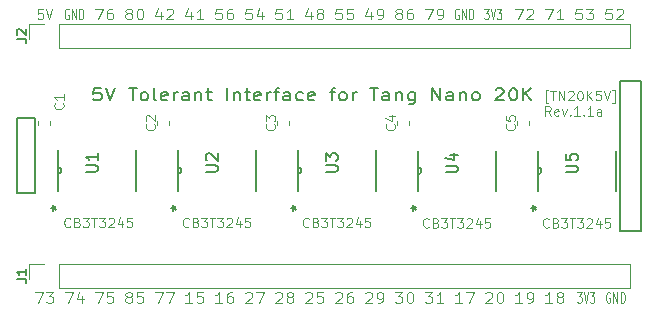
<source format=gbr>
%TF.GenerationSoftware,KiCad,Pcbnew,7.0.6*%
%TF.CreationDate,2023-07-11T11:54:07+09:00*%
%TF.ProjectId,TangNano5V,54616e67-4e61-46e6-9f35-562e6b696361,rev?*%
%TF.SameCoordinates,Original*%
%TF.FileFunction,Legend,Top*%
%TF.FilePolarity,Positive*%
%FSLAX46Y46*%
G04 Gerber Fmt 4.6, Leading zero omitted, Abs format (unit mm)*
G04 Created by KiCad (PCBNEW 7.0.6) date 2023-07-11 11:54:07*
%MOMM*%
%LPD*%
G01*
G04 APERTURE LIST*
%ADD10C,0.120000*%
%ADD11C,0.150000*%
%ADD12C,0.200000*%
%ADD13C,0.100000*%
%ADD14C,0.152400*%
G04 APERTURE END LIST*
D10*
X9603899Y-639331D02*
X9508661Y-596474D01*
X9508661Y-596474D02*
X9461042Y-553617D01*
X9461042Y-553617D02*
X9413423Y-467902D01*
X9413423Y-467902D02*
X9413423Y-425045D01*
X9413423Y-425045D02*
X9461042Y-339331D01*
X9461042Y-339331D02*
X9508661Y-296474D01*
X9508661Y-296474D02*
X9603899Y-253617D01*
X9603899Y-253617D02*
X9794375Y-253617D01*
X9794375Y-253617D02*
X9889613Y-296474D01*
X9889613Y-296474D02*
X9937232Y-339331D01*
X9937232Y-339331D02*
X9984851Y-425045D01*
X9984851Y-425045D02*
X9984851Y-467902D01*
X9984851Y-467902D02*
X9937232Y-553617D01*
X9937232Y-553617D02*
X9889613Y-596474D01*
X9889613Y-596474D02*
X9794375Y-639331D01*
X9794375Y-639331D02*
X9603899Y-639331D01*
X9603899Y-639331D02*
X9508661Y-682188D01*
X9508661Y-682188D02*
X9461042Y-725045D01*
X9461042Y-725045D02*
X9413423Y-810760D01*
X9413423Y-810760D02*
X9413423Y-982188D01*
X9413423Y-982188D02*
X9461042Y-1067902D01*
X9461042Y-1067902D02*
X9508661Y-1110760D01*
X9508661Y-1110760D02*
X9603899Y-1153617D01*
X9603899Y-1153617D02*
X9794375Y-1153617D01*
X9794375Y-1153617D02*
X9889613Y-1110760D01*
X9889613Y-1110760D02*
X9937232Y-1067902D01*
X9937232Y-1067902D02*
X9984851Y-982188D01*
X9984851Y-982188D02*
X9984851Y-810760D01*
X9984851Y-810760D02*
X9937232Y-725045D01*
X9937232Y-725045D02*
X9889613Y-682188D01*
X9889613Y-682188D02*
X9794375Y-639331D01*
X10603899Y-253617D02*
X10699137Y-253617D01*
X10699137Y-253617D02*
X10794375Y-296474D01*
X10794375Y-296474D02*
X10841994Y-339331D01*
X10841994Y-339331D02*
X10889613Y-425045D01*
X10889613Y-425045D02*
X10937232Y-596474D01*
X10937232Y-596474D02*
X10937232Y-810760D01*
X10937232Y-810760D02*
X10889613Y-982188D01*
X10889613Y-982188D02*
X10841994Y-1067902D01*
X10841994Y-1067902D02*
X10794375Y-1110760D01*
X10794375Y-1110760D02*
X10699137Y-1153617D01*
X10699137Y-1153617D02*
X10603899Y-1153617D01*
X10603899Y-1153617D02*
X10508661Y-1110760D01*
X10508661Y-1110760D02*
X10461042Y-1067902D01*
X10461042Y-1067902D02*
X10413423Y-982188D01*
X10413423Y-982188D02*
X10365804Y-810760D01*
X10365804Y-810760D02*
X10365804Y-596474D01*
X10365804Y-596474D02*
X10413423Y-425045D01*
X10413423Y-425045D02*
X10461042Y-339331D01*
X10461042Y-339331D02*
X10508661Y-296474D01*
X10508661Y-296474D02*
X10603899Y-253617D01*
X20097232Y-253617D02*
X19621042Y-253617D01*
X19621042Y-253617D02*
X19573423Y-682188D01*
X19573423Y-682188D02*
X19621042Y-639331D01*
X19621042Y-639331D02*
X19716280Y-596474D01*
X19716280Y-596474D02*
X19954375Y-596474D01*
X19954375Y-596474D02*
X20049613Y-639331D01*
X20049613Y-639331D02*
X20097232Y-682188D01*
X20097232Y-682188D02*
X20144851Y-767902D01*
X20144851Y-767902D02*
X20144851Y-982188D01*
X20144851Y-982188D02*
X20097232Y-1067902D01*
X20097232Y-1067902D02*
X20049613Y-1110760D01*
X20049613Y-1110760D02*
X19954375Y-1153617D01*
X19954375Y-1153617D02*
X19716280Y-1153617D01*
X19716280Y-1153617D02*
X19621042Y-1110760D01*
X19621042Y-1110760D02*
X19573423Y-1067902D01*
X21001994Y-553617D02*
X21001994Y-1153617D01*
X20763899Y-210760D02*
X20525804Y-853617D01*
X20525804Y-853617D02*
X21144851Y-853617D01*
X4600089Y-296474D02*
X4542947Y-253617D01*
X4542947Y-253617D02*
X4457232Y-253617D01*
X4457232Y-253617D02*
X4371518Y-296474D01*
X4371518Y-296474D02*
X4314375Y-382188D01*
X4314375Y-382188D02*
X4285804Y-467902D01*
X4285804Y-467902D02*
X4257232Y-639331D01*
X4257232Y-639331D02*
X4257232Y-767902D01*
X4257232Y-767902D02*
X4285804Y-939331D01*
X4285804Y-939331D02*
X4314375Y-1025045D01*
X4314375Y-1025045D02*
X4371518Y-1110760D01*
X4371518Y-1110760D02*
X4457232Y-1153617D01*
X4457232Y-1153617D02*
X4514375Y-1153617D01*
X4514375Y-1153617D02*
X4600089Y-1110760D01*
X4600089Y-1110760D02*
X4628661Y-1067902D01*
X4628661Y-1067902D02*
X4628661Y-767902D01*
X4628661Y-767902D02*
X4514375Y-767902D01*
X4885804Y-1153617D02*
X4885804Y-253617D01*
X4885804Y-253617D02*
X5228661Y-1153617D01*
X5228661Y-1153617D02*
X5228661Y-253617D01*
X5514375Y-1153617D02*
X5514375Y-253617D01*
X5514375Y-253617D02*
X5657232Y-253617D01*
X5657232Y-253617D02*
X5742946Y-296474D01*
X5742946Y-296474D02*
X5800089Y-382188D01*
X5800089Y-382188D02*
X5828660Y-467902D01*
X5828660Y-467902D02*
X5857232Y-639331D01*
X5857232Y-639331D02*
X5857232Y-767902D01*
X5857232Y-767902D02*
X5828660Y-939331D01*
X5828660Y-939331D02*
X5800089Y-1025045D01*
X5800089Y-1025045D02*
X5742946Y-1110760D01*
X5742946Y-1110760D02*
X5657232Y-1153617D01*
X5657232Y-1153617D02*
X5514375Y-1153617D01*
X48037232Y-253617D02*
X47561042Y-253617D01*
X47561042Y-253617D02*
X47513423Y-682188D01*
X47513423Y-682188D02*
X47561042Y-639331D01*
X47561042Y-639331D02*
X47656280Y-596474D01*
X47656280Y-596474D02*
X47894375Y-596474D01*
X47894375Y-596474D02*
X47989613Y-639331D01*
X47989613Y-639331D02*
X48037232Y-682188D01*
X48037232Y-682188D02*
X48084851Y-767902D01*
X48084851Y-767902D02*
X48084851Y-982188D01*
X48084851Y-982188D02*
X48037232Y-1067902D01*
X48037232Y-1067902D02*
X47989613Y-1110760D01*
X47989613Y-1110760D02*
X47894375Y-1153617D01*
X47894375Y-1153617D02*
X47656280Y-1153617D01*
X47656280Y-1153617D02*
X47561042Y-1110760D01*
X47561042Y-1110760D02*
X47513423Y-1067902D01*
X48418185Y-253617D02*
X49037232Y-253617D01*
X49037232Y-253617D02*
X48703899Y-596474D01*
X48703899Y-596474D02*
X48846756Y-596474D01*
X48846756Y-596474D02*
X48941994Y-639331D01*
X48941994Y-639331D02*
X48989613Y-682188D01*
X48989613Y-682188D02*
X49037232Y-767902D01*
X49037232Y-767902D02*
X49037232Y-982188D01*
X49037232Y-982188D02*
X48989613Y-1067902D01*
X48989613Y-1067902D02*
X48941994Y-1110760D01*
X48941994Y-1110760D02*
X48846756Y-1153617D01*
X48846756Y-1153617D02*
X48561042Y-1153617D01*
X48561042Y-1153617D02*
X48465804Y-1110760D01*
X48465804Y-1110760D02*
X48418185Y-1067902D01*
X50577232Y-253617D02*
X50101042Y-253617D01*
X50101042Y-253617D02*
X50053423Y-682188D01*
X50053423Y-682188D02*
X50101042Y-639331D01*
X50101042Y-639331D02*
X50196280Y-596474D01*
X50196280Y-596474D02*
X50434375Y-596474D01*
X50434375Y-596474D02*
X50529613Y-639331D01*
X50529613Y-639331D02*
X50577232Y-682188D01*
X50577232Y-682188D02*
X50624851Y-767902D01*
X50624851Y-767902D02*
X50624851Y-982188D01*
X50624851Y-982188D02*
X50577232Y-1067902D01*
X50577232Y-1067902D02*
X50529613Y-1110760D01*
X50529613Y-1110760D02*
X50434375Y-1153617D01*
X50434375Y-1153617D02*
X50196280Y-1153617D01*
X50196280Y-1153617D02*
X50101042Y-1110760D01*
X50101042Y-1110760D02*
X50053423Y-1067902D01*
X51005804Y-339331D02*
X51053423Y-296474D01*
X51053423Y-296474D02*
X51148661Y-253617D01*
X51148661Y-253617D02*
X51386756Y-253617D01*
X51386756Y-253617D02*
X51481994Y-296474D01*
X51481994Y-296474D02*
X51529613Y-339331D01*
X51529613Y-339331D02*
X51577232Y-425045D01*
X51577232Y-425045D02*
X51577232Y-510760D01*
X51577232Y-510760D02*
X51529613Y-639331D01*
X51529613Y-639331D02*
X50958185Y-1153617D01*
X50958185Y-1153617D02*
X51577232Y-1153617D01*
X44925804Y-253617D02*
X45592470Y-253617D01*
X45592470Y-253617D02*
X45163899Y-1153617D01*
X46497232Y-1153617D02*
X45925804Y-1153617D01*
X46211518Y-1153617D02*
X46211518Y-253617D01*
X46211518Y-253617D02*
X46116280Y-382188D01*
X46116280Y-382188D02*
X46021042Y-467902D01*
X46021042Y-467902D02*
X45925804Y-510760D01*
X30209613Y-553617D02*
X30209613Y-1153617D01*
X29971518Y-210760D02*
X29733423Y-853617D01*
X29733423Y-853617D02*
X30352470Y-853617D01*
X30781042Y-1153617D02*
X30971518Y-1153617D01*
X30971518Y-1153617D02*
X31066756Y-1110760D01*
X31066756Y-1110760D02*
X31114375Y-1067902D01*
X31114375Y-1067902D02*
X31209613Y-939331D01*
X31209613Y-939331D02*
X31257232Y-767902D01*
X31257232Y-767902D02*
X31257232Y-425045D01*
X31257232Y-425045D02*
X31209613Y-339331D01*
X31209613Y-339331D02*
X31161994Y-296474D01*
X31161994Y-296474D02*
X31066756Y-253617D01*
X31066756Y-253617D02*
X30876280Y-253617D01*
X30876280Y-253617D02*
X30781042Y-296474D01*
X30781042Y-296474D02*
X30733423Y-339331D01*
X30733423Y-339331D02*
X30685804Y-425045D01*
X30685804Y-425045D02*
X30685804Y-639331D01*
X30685804Y-639331D02*
X30733423Y-725045D01*
X30733423Y-725045D02*
X30781042Y-767902D01*
X30781042Y-767902D02*
X30876280Y-810760D01*
X30876280Y-810760D02*
X31066756Y-810760D01*
X31066756Y-810760D02*
X31161994Y-767902D01*
X31161994Y-767902D02*
X31209613Y-725045D01*
X31209613Y-725045D02*
X31257232Y-639331D01*
X17557232Y-253617D02*
X17081042Y-253617D01*
X17081042Y-253617D02*
X17033423Y-682188D01*
X17033423Y-682188D02*
X17081042Y-639331D01*
X17081042Y-639331D02*
X17176280Y-596474D01*
X17176280Y-596474D02*
X17414375Y-596474D01*
X17414375Y-596474D02*
X17509613Y-639331D01*
X17509613Y-639331D02*
X17557232Y-682188D01*
X17557232Y-682188D02*
X17604851Y-767902D01*
X17604851Y-767902D02*
X17604851Y-982188D01*
X17604851Y-982188D02*
X17557232Y-1067902D01*
X17557232Y-1067902D02*
X17509613Y-1110760D01*
X17509613Y-1110760D02*
X17414375Y-1153617D01*
X17414375Y-1153617D02*
X17176280Y-1153617D01*
X17176280Y-1153617D02*
X17081042Y-1110760D01*
X17081042Y-1110760D02*
X17033423Y-1067902D01*
X18461994Y-253617D02*
X18271518Y-253617D01*
X18271518Y-253617D02*
X18176280Y-296474D01*
X18176280Y-296474D02*
X18128661Y-339331D01*
X18128661Y-339331D02*
X18033423Y-467902D01*
X18033423Y-467902D02*
X17985804Y-639331D01*
X17985804Y-639331D02*
X17985804Y-982188D01*
X17985804Y-982188D02*
X18033423Y-1067902D01*
X18033423Y-1067902D02*
X18081042Y-1110760D01*
X18081042Y-1110760D02*
X18176280Y-1153617D01*
X18176280Y-1153617D02*
X18366756Y-1153617D01*
X18366756Y-1153617D02*
X18461994Y-1110760D01*
X18461994Y-1110760D02*
X18509613Y-1067902D01*
X18509613Y-1067902D02*
X18557232Y-982188D01*
X18557232Y-982188D02*
X18557232Y-767902D01*
X18557232Y-767902D02*
X18509613Y-682188D01*
X18509613Y-682188D02*
X18461994Y-639331D01*
X18461994Y-639331D02*
X18366756Y-596474D01*
X18366756Y-596474D02*
X18176280Y-596474D01*
X18176280Y-596474D02*
X18081042Y-639331D01*
X18081042Y-639331D02*
X18033423Y-682188D01*
X18033423Y-682188D02*
X17985804Y-767902D01*
X2428375Y-253617D02*
X2047423Y-253617D01*
X2047423Y-253617D02*
X2009327Y-682188D01*
X2009327Y-682188D02*
X2047423Y-639331D01*
X2047423Y-639331D02*
X2123613Y-596474D01*
X2123613Y-596474D02*
X2314089Y-596474D01*
X2314089Y-596474D02*
X2390280Y-639331D01*
X2390280Y-639331D02*
X2428375Y-682188D01*
X2428375Y-682188D02*
X2466470Y-767902D01*
X2466470Y-767902D02*
X2466470Y-982188D01*
X2466470Y-982188D02*
X2428375Y-1067902D01*
X2428375Y-1067902D02*
X2390280Y-1110760D01*
X2390280Y-1110760D02*
X2314089Y-1153617D01*
X2314089Y-1153617D02*
X2123613Y-1153617D01*
X2123613Y-1153617D02*
X2047423Y-1110760D01*
X2047423Y-1110760D02*
X2009327Y-1067902D01*
X2695042Y-253617D02*
X2961709Y-1153617D01*
X2961709Y-1153617D02*
X3228375Y-253617D01*
X37620089Y-296474D02*
X37562947Y-253617D01*
X37562947Y-253617D02*
X37477232Y-253617D01*
X37477232Y-253617D02*
X37391518Y-296474D01*
X37391518Y-296474D02*
X37334375Y-382188D01*
X37334375Y-382188D02*
X37305804Y-467902D01*
X37305804Y-467902D02*
X37277232Y-639331D01*
X37277232Y-639331D02*
X37277232Y-767902D01*
X37277232Y-767902D02*
X37305804Y-939331D01*
X37305804Y-939331D02*
X37334375Y-1025045D01*
X37334375Y-1025045D02*
X37391518Y-1110760D01*
X37391518Y-1110760D02*
X37477232Y-1153617D01*
X37477232Y-1153617D02*
X37534375Y-1153617D01*
X37534375Y-1153617D02*
X37620089Y-1110760D01*
X37620089Y-1110760D02*
X37648661Y-1067902D01*
X37648661Y-1067902D02*
X37648661Y-767902D01*
X37648661Y-767902D02*
X37534375Y-767902D01*
X37905804Y-1153617D02*
X37905804Y-253617D01*
X37905804Y-253617D02*
X38248661Y-1153617D01*
X38248661Y-1153617D02*
X38248661Y-253617D01*
X38534375Y-1153617D02*
X38534375Y-253617D01*
X38534375Y-253617D02*
X38677232Y-253617D01*
X38677232Y-253617D02*
X38762946Y-296474D01*
X38762946Y-296474D02*
X38820089Y-382188D01*
X38820089Y-382188D02*
X38848660Y-467902D01*
X38848660Y-467902D02*
X38877232Y-639331D01*
X38877232Y-639331D02*
X38877232Y-767902D01*
X38877232Y-767902D02*
X38848660Y-939331D01*
X38848660Y-939331D02*
X38820089Y-1025045D01*
X38820089Y-1025045D02*
X38762946Y-1110760D01*
X38762946Y-1110760D02*
X38677232Y-1153617D01*
X38677232Y-1153617D02*
X38534375Y-1153617D01*
X12429613Y-553617D02*
X12429613Y-1153617D01*
X12191518Y-210760D02*
X11953423Y-853617D01*
X11953423Y-853617D02*
X12572470Y-853617D01*
X12905804Y-339331D02*
X12953423Y-296474D01*
X12953423Y-296474D02*
X13048661Y-253617D01*
X13048661Y-253617D02*
X13286756Y-253617D01*
X13286756Y-253617D02*
X13381994Y-296474D01*
X13381994Y-296474D02*
X13429613Y-339331D01*
X13429613Y-339331D02*
X13477232Y-425045D01*
X13477232Y-425045D02*
X13477232Y-510760D01*
X13477232Y-510760D02*
X13429613Y-639331D01*
X13429613Y-639331D02*
X12858185Y-1153617D01*
X12858185Y-1153617D02*
X13477232Y-1153617D01*
X32463899Y-639331D02*
X32368661Y-596474D01*
X32368661Y-596474D02*
X32321042Y-553617D01*
X32321042Y-553617D02*
X32273423Y-467902D01*
X32273423Y-467902D02*
X32273423Y-425045D01*
X32273423Y-425045D02*
X32321042Y-339331D01*
X32321042Y-339331D02*
X32368661Y-296474D01*
X32368661Y-296474D02*
X32463899Y-253617D01*
X32463899Y-253617D02*
X32654375Y-253617D01*
X32654375Y-253617D02*
X32749613Y-296474D01*
X32749613Y-296474D02*
X32797232Y-339331D01*
X32797232Y-339331D02*
X32844851Y-425045D01*
X32844851Y-425045D02*
X32844851Y-467902D01*
X32844851Y-467902D02*
X32797232Y-553617D01*
X32797232Y-553617D02*
X32749613Y-596474D01*
X32749613Y-596474D02*
X32654375Y-639331D01*
X32654375Y-639331D02*
X32463899Y-639331D01*
X32463899Y-639331D02*
X32368661Y-682188D01*
X32368661Y-682188D02*
X32321042Y-725045D01*
X32321042Y-725045D02*
X32273423Y-810760D01*
X32273423Y-810760D02*
X32273423Y-982188D01*
X32273423Y-982188D02*
X32321042Y-1067902D01*
X32321042Y-1067902D02*
X32368661Y-1110760D01*
X32368661Y-1110760D02*
X32463899Y-1153617D01*
X32463899Y-1153617D02*
X32654375Y-1153617D01*
X32654375Y-1153617D02*
X32749613Y-1110760D01*
X32749613Y-1110760D02*
X32797232Y-1067902D01*
X32797232Y-1067902D02*
X32844851Y-982188D01*
X32844851Y-982188D02*
X32844851Y-810760D01*
X32844851Y-810760D02*
X32797232Y-725045D01*
X32797232Y-725045D02*
X32749613Y-682188D01*
X32749613Y-682188D02*
X32654375Y-639331D01*
X33701994Y-253617D02*
X33511518Y-253617D01*
X33511518Y-253617D02*
X33416280Y-296474D01*
X33416280Y-296474D02*
X33368661Y-339331D01*
X33368661Y-339331D02*
X33273423Y-467902D01*
X33273423Y-467902D02*
X33225804Y-639331D01*
X33225804Y-639331D02*
X33225804Y-982188D01*
X33225804Y-982188D02*
X33273423Y-1067902D01*
X33273423Y-1067902D02*
X33321042Y-1110760D01*
X33321042Y-1110760D02*
X33416280Y-1153617D01*
X33416280Y-1153617D02*
X33606756Y-1153617D01*
X33606756Y-1153617D02*
X33701994Y-1110760D01*
X33701994Y-1110760D02*
X33749613Y-1067902D01*
X33749613Y-1067902D02*
X33797232Y-982188D01*
X33797232Y-982188D02*
X33797232Y-767902D01*
X33797232Y-767902D02*
X33749613Y-682188D01*
X33749613Y-682188D02*
X33701994Y-639331D01*
X33701994Y-639331D02*
X33606756Y-596474D01*
X33606756Y-596474D02*
X33416280Y-596474D01*
X33416280Y-596474D02*
X33321042Y-639331D01*
X33321042Y-639331D02*
X33273423Y-682188D01*
X33273423Y-682188D02*
X33225804Y-767902D01*
X42385804Y-253617D02*
X43052470Y-253617D01*
X43052470Y-253617D02*
X42623899Y-1153617D01*
X43385804Y-339331D02*
X43433423Y-296474D01*
X43433423Y-296474D02*
X43528661Y-253617D01*
X43528661Y-253617D02*
X43766756Y-253617D01*
X43766756Y-253617D02*
X43861994Y-296474D01*
X43861994Y-296474D02*
X43909613Y-339331D01*
X43909613Y-339331D02*
X43957232Y-425045D01*
X43957232Y-425045D02*
X43957232Y-510760D01*
X43957232Y-510760D02*
X43909613Y-639331D01*
X43909613Y-639331D02*
X43338185Y-1153617D01*
X43338185Y-1153617D02*
X43957232Y-1153617D01*
X39788661Y-253617D02*
X40160089Y-253617D01*
X40160089Y-253617D02*
X39960089Y-596474D01*
X39960089Y-596474D02*
X40045804Y-596474D01*
X40045804Y-596474D02*
X40102947Y-639331D01*
X40102947Y-639331D02*
X40131518Y-682188D01*
X40131518Y-682188D02*
X40160089Y-767902D01*
X40160089Y-767902D02*
X40160089Y-982188D01*
X40160089Y-982188D02*
X40131518Y-1067902D01*
X40131518Y-1067902D02*
X40102947Y-1110760D01*
X40102947Y-1110760D02*
X40045804Y-1153617D01*
X40045804Y-1153617D02*
X39874375Y-1153617D01*
X39874375Y-1153617D02*
X39817232Y-1110760D01*
X39817232Y-1110760D02*
X39788661Y-1067902D01*
X40331518Y-253617D02*
X40531518Y-1153617D01*
X40531518Y-1153617D02*
X40731518Y-253617D01*
X40874376Y-253617D02*
X41245804Y-253617D01*
X41245804Y-253617D02*
X41045804Y-596474D01*
X41045804Y-596474D02*
X41131519Y-596474D01*
X41131519Y-596474D02*
X41188662Y-639331D01*
X41188662Y-639331D02*
X41217233Y-682188D01*
X41217233Y-682188D02*
X41245804Y-767902D01*
X41245804Y-767902D02*
X41245804Y-982188D01*
X41245804Y-982188D02*
X41217233Y-1067902D01*
X41217233Y-1067902D02*
X41188662Y-1110760D01*
X41188662Y-1110760D02*
X41131519Y-1153617D01*
X41131519Y-1153617D02*
X40960090Y-1153617D01*
X40960090Y-1153617D02*
X40902947Y-1110760D01*
X40902947Y-1110760D02*
X40874376Y-1067902D01*
X6825804Y-253617D02*
X7492470Y-253617D01*
X7492470Y-253617D02*
X7063899Y-1153617D01*
X8301994Y-253617D02*
X8111518Y-253617D01*
X8111518Y-253617D02*
X8016280Y-296474D01*
X8016280Y-296474D02*
X7968661Y-339331D01*
X7968661Y-339331D02*
X7873423Y-467902D01*
X7873423Y-467902D02*
X7825804Y-639331D01*
X7825804Y-639331D02*
X7825804Y-982188D01*
X7825804Y-982188D02*
X7873423Y-1067902D01*
X7873423Y-1067902D02*
X7921042Y-1110760D01*
X7921042Y-1110760D02*
X8016280Y-1153617D01*
X8016280Y-1153617D02*
X8206756Y-1153617D01*
X8206756Y-1153617D02*
X8301994Y-1110760D01*
X8301994Y-1110760D02*
X8349613Y-1067902D01*
X8349613Y-1067902D02*
X8397232Y-982188D01*
X8397232Y-982188D02*
X8397232Y-767902D01*
X8397232Y-767902D02*
X8349613Y-682188D01*
X8349613Y-682188D02*
X8301994Y-639331D01*
X8301994Y-639331D02*
X8206756Y-596474D01*
X8206756Y-596474D02*
X8016280Y-596474D01*
X8016280Y-596474D02*
X7921042Y-639331D01*
X7921042Y-639331D02*
X7873423Y-682188D01*
X7873423Y-682188D02*
X7825804Y-767902D01*
X22637232Y-253617D02*
X22161042Y-253617D01*
X22161042Y-253617D02*
X22113423Y-682188D01*
X22113423Y-682188D02*
X22161042Y-639331D01*
X22161042Y-639331D02*
X22256280Y-596474D01*
X22256280Y-596474D02*
X22494375Y-596474D01*
X22494375Y-596474D02*
X22589613Y-639331D01*
X22589613Y-639331D02*
X22637232Y-682188D01*
X22637232Y-682188D02*
X22684851Y-767902D01*
X22684851Y-767902D02*
X22684851Y-982188D01*
X22684851Y-982188D02*
X22637232Y-1067902D01*
X22637232Y-1067902D02*
X22589613Y-1110760D01*
X22589613Y-1110760D02*
X22494375Y-1153617D01*
X22494375Y-1153617D02*
X22256280Y-1153617D01*
X22256280Y-1153617D02*
X22161042Y-1110760D01*
X22161042Y-1110760D02*
X22113423Y-1067902D01*
X23637232Y-1153617D02*
X23065804Y-1153617D01*
X23351518Y-1153617D02*
X23351518Y-253617D01*
X23351518Y-253617D02*
X23256280Y-382188D01*
X23256280Y-382188D02*
X23161042Y-467902D01*
X23161042Y-467902D02*
X23065804Y-510760D01*
X27717232Y-253617D02*
X27241042Y-253617D01*
X27241042Y-253617D02*
X27193423Y-682188D01*
X27193423Y-682188D02*
X27241042Y-639331D01*
X27241042Y-639331D02*
X27336280Y-596474D01*
X27336280Y-596474D02*
X27574375Y-596474D01*
X27574375Y-596474D02*
X27669613Y-639331D01*
X27669613Y-639331D02*
X27717232Y-682188D01*
X27717232Y-682188D02*
X27764851Y-767902D01*
X27764851Y-767902D02*
X27764851Y-982188D01*
X27764851Y-982188D02*
X27717232Y-1067902D01*
X27717232Y-1067902D02*
X27669613Y-1110760D01*
X27669613Y-1110760D02*
X27574375Y-1153617D01*
X27574375Y-1153617D02*
X27336280Y-1153617D01*
X27336280Y-1153617D02*
X27241042Y-1110760D01*
X27241042Y-1110760D02*
X27193423Y-1067902D01*
X28669613Y-253617D02*
X28193423Y-253617D01*
X28193423Y-253617D02*
X28145804Y-682188D01*
X28145804Y-682188D02*
X28193423Y-639331D01*
X28193423Y-639331D02*
X28288661Y-596474D01*
X28288661Y-596474D02*
X28526756Y-596474D01*
X28526756Y-596474D02*
X28621994Y-639331D01*
X28621994Y-639331D02*
X28669613Y-682188D01*
X28669613Y-682188D02*
X28717232Y-767902D01*
X28717232Y-767902D02*
X28717232Y-982188D01*
X28717232Y-982188D02*
X28669613Y-1067902D01*
X28669613Y-1067902D02*
X28621994Y-1110760D01*
X28621994Y-1110760D02*
X28526756Y-1153617D01*
X28526756Y-1153617D02*
X28288661Y-1153617D01*
X28288661Y-1153617D02*
X28193423Y-1110760D01*
X28193423Y-1110760D02*
X28145804Y-1067902D01*
X25129613Y-553617D02*
X25129613Y-1153617D01*
X24891518Y-210760D02*
X24653423Y-853617D01*
X24653423Y-853617D02*
X25272470Y-853617D01*
X25796280Y-639331D02*
X25701042Y-596474D01*
X25701042Y-596474D02*
X25653423Y-553617D01*
X25653423Y-553617D02*
X25605804Y-467902D01*
X25605804Y-467902D02*
X25605804Y-425045D01*
X25605804Y-425045D02*
X25653423Y-339331D01*
X25653423Y-339331D02*
X25701042Y-296474D01*
X25701042Y-296474D02*
X25796280Y-253617D01*
X25796280Y-253617D02*
X25986756Y-253617D01*
X25986756Y-253617D02*
X26081994Y-296474D01*
X26081994Y-296474D02*
X26129613Y-339331D01*
X26129613Y-339331D02*
X26177232Y-425045D01*
X26177232Y-425045D02*
X26177232Y-467902D01*
X26177232Y-467902D02*
X26129613Y-553617D01*
X26129613Y-553617D02*
X26081994Y-596474D01*
X26081994Y-596474D02*
X25986756Y-639331D01*
X25986756Y-639331D02*
X25796280Y-639331D01*
X25796280Y-639331D02*
X25701042Y-682188D01*
X25701042Y-682188D02*
X25653423Y-725045D01*
X25653423Y-725045D02*
X25605804Y-810760D01*
X25605804Y-810760D02*
X25605804Y-982188D01*
X25605804Y-982188D02*
X25653423Y-1067902D01*
X25653423Y-1067902D02*
X25701042Y-1110760D01*
X25701042Y-1110760D02*
X25796280Y-1153617D01*
X25796280Y-1153617D02*
X25986756Y-1153617D01*
X25986756Y-1153617D02*
X26081994Y-1110760D01*
X26081994Y-1110760D02*
X26129613Y-1067902D01*
X26129613Y-1067902D02*
X26177232Y-982188D01*
X26177232Y-982188D02*
X26177232Y-810760D01*
X26177232Y-810760D02*
X26129613Y-725045D01*
X26129613Y-725045D02*
X26081994Y-682188D01*
X26081994Y-682188D02*
X25986756Y-639331D01*
X14969613Y-553617D02*
X14969613Y-1153617D01*
X14731518Y-210760D02*
X14493423Y-853617D01*
X14493423Y-853617D02*
X15112470Y-853617D01*
X16017232Y-1153617D02*
X15445804Y-1153617D01*
X15731518Y-1153617D02*
X15731518Y-253617D01*
X15731518Y-253617D02*
X15636280Y-382188D01*
X15636280Y-382188D02*
X15541042Y-467902D01*
X15541042Y-467902D02*
X15445804Y-510760D01*
X34765804Y-253617D02*
X35432470Y-253617D01*
X35432470Y-253617D02*
X35003899Y-1153617D01*
X35861042Y-1153617D02*
X36051518Y-1153617D01*
X36051518Y-1153617D02*
X36146756Y-1110760D01*
X36146756Y-1110760D02*
X36194375Y-1067902D01*
X36194375Y-1067902D02*
X36289613Y-939331D01*
X36289613Y-939331D02*
X36337232Y-767902D01*
X36337232Y-767902D02*
X36337232Y-425045D01*
X36337232Y-425045D02*
X36289613Y-339331D01*
X36289613Y-339331D02*
X36241994Y-296474D01*
X36241994Y-296474D02*
X36146756Y-253617D01*
X36146756Y-253617D02*
X35956280Y-253617D01*
X35956280Y-253617D02*
X35861042Y-296474D01*
X35861042Y-296474D02*
X35813423Y-339331D01*
X35813423Y-339331D02*
X35765804Y-425045D01*
X35765804Y-425045D02*
X35765804Y-639331D01*
X35765804Y-639331D02*
X35813423Y-725045D01*
X35813423Y-725045D02*
X35861042Y-767902D01*
X35861042Y-767902D02*
X35956280Y-810760D01*
X35956280Y-810760D02*
X36146756Y-810760D01*
X36146756Y-810760D02*
X36241994Y-767902D01*
X36241994Y-767902D02*
X36289613Y-725045D01*
X36289613Y-725045D02*
X36337232Y-639331D01*
X19573423Y-24342331D02*
X19621042Y-24299474D01*
X19621042Y-24299474D02*
X19716280Y-24256617D01*
X19716280Y-24256617D02*
X19954375Y-24256617D01*
X19954375Y-24256617D02*
X20049613Y-24299474D01*
X20049613Y-24299474D02*
X20097232Y-24342331D01*
X20097232Y-24342331D02*
X20144851Y-24428045D01*
X20144851Y-24428045D02*
X20144851Y-24513760D01*
X20144851Y-24513760D02*
X20097232Y-24642331D01*
X20097232Y-24642331D02*
X19525804Y-25156617D01*
X19525804Y-25156617D02*
X20144851Y-25156617D01*
X20478185Y-24256617D02*
X21144851Y-24256617D01*
X21144851Y-24256617D02*
X20716280Y-25156617D01*
X15064851Y-25156617D02*
X14493423Y-25156617D01*
X14779137Y-25156617D02*
X14779137Y-24256617D01*
X14779137Y-24256617D02*
X14683899Y-24385188D01*
X14683899Y-24385188D02*
X14588661Y-24470902D01*
X14588661Y-24470902D02*
X14493423Y-24513760D01*
X15969613Y-24256617D02*
X15493423Y-24256617D01*
X15493423Y-24256617D02*
X15445804Y-24685188D01*
X15445804Y-24685188D02*
X15493423Y-24642331D01*
X15493423Y-24642331D02*
X15588661Y-24599474D01*
X15588661Y-24599474D02*
X15826756Y-24599474D01*
X15826756Y-24599474D02*
X15921994Y-24642331D01*
X15921994Y-24642331D02*
X15969613Y-24685188D01*
X15969613Y-24685188D02*
X16017232Y-24770902D01*
X16017232Y-24770902D02*
X16017232Y-24985188D01*
X16017232Y-24985188D02*
X15969613Y-25070902D01*
X15969613Y-25070902D02*
X15921994Y-25113760D01*
X15921994Y-25113760D02*
X15826756Y-25156617D01*
X15826756Y-25156617D02*
X15588661Y-25156617D01*
X15588661Y-25156617D02*
X15493423Y-25113760D01*
X15493423Y-25113760D02*
X15445804Y-25070902D01*
X11905804Y-24256617D02*
X12572470Y-24256617D01*
X12572470Y-24256617D02*
X12143899Y-25156617D01*
X12858185Y-24256617D02*
X13524851Y-24256617D01*
X13524851Y-24256617D02*
X13096280Y-25156617D01*
X50447089Y-24299474D02*
X50389947Y-24256617D01*
X50389947Y-24256617D02*
X50304232Y-24256617D01*
X50304232Y-24256617D02*
X50218518Y-24299474D01*
X50218518Y-24299474D02*
X50161375Y-24385188D01*
X50161375Y-24385188D02*
X50132804Y-24470902D01*
X50132804Y-24470902D02*
X50104232Y-24642331D01*
X50104232Y-24642331D02*
X50104232Y-24770902D01*
X50104232Y-24770902D02*
X50132804Y-24942331D01*
X50132804Y-24942331D02*
X50161375Y-25028045D01*
X50161375Y-25028045D02*
X50218518Y-25113760D01*
X50218518Y-25113760D02*
X50304232Y-25156617D01*
X50304232Y-25156617D02*
X50361375Y-25156617D01*
X50361375Y-25156617D02*
X50447089Y-25113760D01*
X50447089Y-25113760D02*
X50475661Y-25070902D01*
X50475661Y-25070902D02*
X50475661Y-24770902D01*
X50475661Y-24770902D02*
X50361375Y-24770902D01*
X50732804Y-25156617D02*
X50732804Y-24256617D01*
X50732804Y-24256617D02*
X51075661Y-25156617D01*
X51075661Y-25156617D02*
X51075661Y-24256617D01*
X51361375Y-25156617D02*
X51361375Y-24256617D01*
X51361375Y-24256617D02*
X51504232Y-24256617D01*
X51504232Y-24256617D02*
X51589946Y-24299474D01*
X51589946Y-24299474D02*
X51647089Y-24385188D01*
X51647089Y-24385188D02*
X51675660Y-24470902D01*
X51675660Y-24470902D02*
X51704232Y-24642331D01*
X51704232Y-24642331D02*
X51704232Y-24770902D01*
X51704232Y-24770902D02*
X51675660Y-24942331D01*
X51675660Y-24942331D02*
X51647089Y-25028045D01*
X51647089Y-25028045D02*
X51589946Y-25113760D01*
X51589946Y-25113760D02*
X51504232Y-25156617D01*
X51504232Y-25156617D02*
X51361375Y-25156617D01*
X24653423Y-24342331D02*
X24701042Y-24299474D01*
X24701042Y-24299474D02*
X24796280Y-24256617D01*
X24796280Y-24256617D02*
X25034375Y-24256617D01*
X25034375Y-24256617D02*
X25129613Y-24299474D01*
X25129613Y-24299474D02*
X25177232Y-24342331D01*
X25177232Y-24342331D02*
X25224851Y-24428045D01*
X25224851Y-24428045D02*
X25224851Y-24513760D01*
X25224851Y-24513760D02*
X25177232Y-24642331D01*
X25177232Y-24642331D02*
X24605804Y-25156617D01*
X24605804Y-25156617D02*
X25224851Y-25156617D01*
X26129613Y-24256617D02*
X25653423Y-24256617D01*
X25653423Y-24256617D02*
X25605804Y-24685188D01*
X25605804Y-24685188D02*
X25653423Y-24642331D01*
X25653423Y-24642331D02*
X25748661Y-24599474D01*
X25748661Y-24599474D02*
X25986756Y-24599474D01*
X25986756Y-24599474D02*
X26081994Y-24642331D01*
X26081994Y-24642331D02*
X26129613Y-24685188D01*
X26129613Y-24685188D02*
X26177232Y-24770902D01*
X26177232Y-24770902D02*
X26177232Y-24985188D01*
X26177232Y-24985188D02*
X26129613Y-25070902D01*
X26129613Y-25070902D02*
X26081994Y-25113760D01*
X26081994Y-25113760D02*
X25986756Y-25156617D01*
X25986756Y-25156617D02*
X25748661Y-25156617D01*
X25748661Y-25156617D02*
X25653423Y-25113760D01*
X25653423Y-25113760D02*
X25605804Y-25070902D01*
X39893423Y-24342331D02*
X39941042Y-24299474D01*
X39941042Y-24299474D02*
X40036280Y-24256617D01*
X40036280Y-24256617D02*
X40274375Y-24256617D01*
X40274375Y-24256617D02*
X40369613Y-24299474D01*
X40369613Y-24299474D02*
X40417232Y-24342331D01*
X40417232Y-24342331D02*
X40464851Y-24428045D01*
X40464851Y-24428045D02*
X40464851Y-24513760D01*
X40464851Y-24513760D02*
X40417232Y-24642331D01*
X40417232Y-24642331D02*
X39845804Y-25156617D01*
X39845804Y-25156617D02*
X40464851Y-25156617D01*
X41083899Y-24256617D02*
X41179137Y-24256617D01*
X41179137Y-24256617D02*
X41274375Y-24299474D01*
X41274375Y-24299474D02*
X41321994Y-24342331D01*
X41321994Y-24342331D02*
X41369613Y-24428045D01*
X41369613Y-24428045D02*
X41417232Y-24599474D01*
X41417232Y-24599474D02*
X41417232Y-24813760D01*
X41417232Y-24813760D02*
X41369613Y-24985188D01*
X41369613Y-24985188D02*
X41321994Y-25070902D01*
X41321994Y-25070902D02*
X41274375Y-25113760D01*
X41274375Y-25113760D02*
X41179137Y-25156617D01*
X41179137Y-25156617D02*
X41083899Y-25156617D01*
X41083899Y-25156617D02*
X40988661Y-25113760D01*
X40988661Y-25113760D02*
X40941042Y-25070902D01*
X40941042Y-25070902D02*
X40893423Y-24985188D01*
X40893423Y-24985188D02*
X40845804Y-24813760D01*
X40845804Y-24813760D02*
X40845804Y-24599474D01*
X40845804Y-24599474D02*
X40893423Y-24428045D01*
X40893423Y-24428045D02*
X40941042Y-24342331D01*
X40941042Y-24342331D02*
X40988661Y-24299474D01*
X40988661Y-24299474D02*
X41083899Y-24256617D01*
X45544851Y-25156617D02*
X44973423Y-25156617D01*
X45259137Y-25156617D02*
X45259137Y-24256617D01*
X45259137Y-24256617D02*
X45163899Y-24385188D01*
X45163899Y-24385188D02*
X45068661Y-24470902D01*
X45068661Y-24470902D02*
X44973423Y-24513760D01*
X46116280Y-24642331D02*
X46021042Y-24599474D01*
X46021042Y-24599474D02*
X45973423Y-24556617D01*
X45973423Y-24556617D02*
X45925804Y-24470902D01*
X45925804Y-24470902D02*
X45925804Y-24428045D01*
X45925804Y-24428045D02*
X45973423Y-24342331D01*
X45973423Y-24342331D02*
X46021042Y-24299474D01*
X46021042Y-24299474D02*
X46116280Y-24256617D01*
X46116280Y-24256617D02*
X46306756Y-24256617D01*
X46306756Y-24256617D02*
X46401994Y-24299474D01*
X46401994Y-24299474D02*
X46449613Y-24342331D01*
X46449613Y-24342331D02*
X46497232Y-24428045D01*
X46497232Y-24428045D02*
X46497232Y-24470902D01*
X46497232Y-24470902D02*
X46449613Y-24556617D01*
X46449613Y-24556617D02*
X46401994Y-24599474D01*
X46401994Y-24599474D02*
X46306756Y-24642331D01*
X46306756Y-24642331D02*
X46116280Y-24642331D01*
X46116280Y-24642331D02*
X46021042Y-24685188D01*
X46021042Y-24685188D02*
X45973423Y-24728045D01*
X45973423Y-24728045D02*
X45925804Y-24813760D01*
X45925804Y-24813760D02*
X45925804Y-24985188D01*
X45925804Y-24985188D02*
X45973423Y-25070902D01*
X45973423Y-25070902D02*
X46021042Y-25113760D01*
X46021042Y-25113760D02*
X46116280Y-25156617D01*
X46116280Y-25156617D02*
X46306756Y-25156617D01*
X46306756Y-25156617D02*
X46401994Y-25113760D01*
X46401994Y-25113760D02*
X46449613Y-25070902D01*
X46449613Y-25070902D02*
X46497232Y-24985188D01*
X46497232Y-24985188D02*
X46497232Y-24813760D01*
X46497232Y-24813760D02*
X46449613Y-24728045D01*
X46449613Y-24728045D02*
X46401994Y-24685188D01*
X46401994Y-24685188D02*
X46306756Y-24642331D01*
X22113423Y-24342331D02*
X22161042Y-24299474D01*
X22161042Y-24299474D02*
X22256280Y-24256617D01*
X22256280Y-24256617D02*
X22494375Y-24256617D01*
X22494375Y-24256617D02*
X22589613Y-24299474D01*
X22589613Y-24299474D02*
X22637232Y-24342331D01*
X22637232Y-24342331D02*
X22684851Y-24428045D01*
X22684851Y-24428045D02*
X22684851Y-24513760D01*
X22684851Y-24513760D02*
X22637232Y-24642331D01*
X22637232Y-24642331D02*
X22065804Y-25156617D01*
X22065804Y-25156617D02*
X22684851Y-25156617D01*
X23256280Y-24642331D02*
X23161042Y-24599474D01*
X23161042Y-24599474D02*
X23113423Y-24556617D01*
X23113423Y-24556617D02*
X23065804Y-24470902D01*
X23065804Y-24470902D02*
X23065804Y-24428045D01*
X23065804Y-24428045D02*
X23113423Y-24342331D01*
X23113423Y-24342331D02*
X23161042Y-24299474D01*
X23161042Y-24299474D02*
X23256280Y-24256617D01*
X23256280Y-24256617D02*
X23446756Y-24256617D01*
X23446756Y-24256617D02*
X23541994Y-24299474D01*
X23541994Y-24299474D02*
X23589613Y-24342331D01*
X23589613Y-24342331D02*
X23637232Y-24428045D01*
X23637232Y-24428045D02*
X23637232Y-24470902D01*
X23637232Y-24470902D02*
X23589613Y-24556617D01*
X23589613Y-24556617D02*
X23541994Y-24599474D01*
X23541994Y-24599474D02*
X23446756Y-24642331D01*
X23446756Y-24642331D02*
X23256280Y-24642331D01*
X23256280Y-24642331D02*
X23161042Y-24685188D01*
X23161042Y-24685188D02*
X23113423Y-24728045D01*
X23113423Y-24728045D02*
X23065804Y-24813760D01*
X23065804Y-24813760D02*
X23065804Y-24985188D01*
X23065804Y-24985188D02*
X23113423Y-25070902D01*
X23113423Y-25070902D02*
X23161042Y-25113760D01*
X23161042Y-25113760D02*
X23256280Y-25156617D01*
X23256280Y-25156617D02*
X23446756Y-25156617D01*
X23446756Y-25156617D02*
X23541994Y-25113760D01*
X23541994Y-25113760D02*
X23589613Y-25070902D01*
X23589613Y-25070902D02*
X23637232Y-24985188D01*
X23637232Y-24985188D02*
X23637232Y-24813760D01*
X23637232Y-24813760D02*
X23589613Y-24728045D01*
X23589613Y-24728045D02*
X23541994Y-24685188D01*
X23541994Y-24685188D02*
X23446756Y-24642331D01*
X6825804Y-24256617D02*
X7492470Y-24256617D01*
X7492470Y-24256617D02*
X7063899Y-25156617D01*
X8349613Y-24256617D02*
X7873423Y-24256617D01*
X7873423Y-24256617D02*
X7825804Y-24685188D01*
X7825804Y-24685188D02*
X7873423Y-24642331D01*
X7873423Y-24642331D02*
X7968661Y-24599474D01*
X7968661Y-24599474D02*
X8206756Y-24599474D01*
X8206756Y-24599474D02*
X8301994Y-24642331D01*
X8301994Y-24642331D02*
X8349613Y-24685188D01*
X8349613Y-24685188D02*
X8397232Y-24770902D01*
X8397232Y-24770902D02*
X8397232Y-24985188D01*
X8397232Y-24985188D02*
X8349613Y-25070902D01*
X8349613Y-25070902D02*
X8301994Y-25113760D01*
X8301994Y-25113760D02*
X8206756Y-25156617D01*
X8206756Y-25156617D02*
X7968661Y-25156617D01*
X7968661Y-25156617D02*
X7873423Y-25113760D01*
X7873423Y-25113760D02*
X7825804Y-25070902D01*
X37924851Y-25156617D02*
X37353423Y-25156617D01*
X37639137Y-25156617D02*
X37639137Y-24256617D01*
X37639137Y-24256617D02*
X37543899Y-24385188D01*
X37543899Y-24385188D02*
X37448661Y-24470902D01*
X37448661Y-24470902D02*
X37353423Y-24513760D01*
X38258185Y-24256617D02*
X38924851Y-24256617D01*
X38924851Y-24256617D02*
X38496280Y-25156617D01*
X43004851Y-25156617D02*
X42433423Y-25156617D01*
X42719137Y-25156617D02*
X42719137Y-24256617D01*
X42719137Y-24256617D02*
X42623899Y-24385188D01*
X42623899Y-24385188D02*
X42528661Y-24470902D01*
X42528661Y-24470902D02*
X42433423Y-24513760D01*
X43481042Y-25156617D02*
X43671518Y-25156617D01*
X43671518Y-25156617D02*
X43766756Y-25113760D01*
X43766756Y-25113760D02*
X43814375Y-25070902D01*
X43814375Y-25070902D02*
X43909613Y-24942331D01*
X43909613Y-24942331D02*
X43957232Y-24770902D01*
X43957232Y-24770902D02*
X43957232Y-24428045D01*
X43957232Y-24428045D02*
X43909613Y-24342331D01*
X43909613Y-24342331D02*
X43861994Y-24299474D01*
X43861994Y-24299474D02*
X43766756Y-24256617D01*
X43766756Y-24256617D02*
X43576280Y-24256617D01*
X43576280Y-24256617D02*
X43481042Y-24299474D01*
X43481042Y-24299474D02*
X43433423Y-24342331D01*
X43433423Y-24342331D02*
X43385804Y-24428045D01*
X43385804Y-24428045D02*
X43385804Y-24642331D01*
X43385804Y-24642331D02*
X43433423Y-24728045D01*
X43433423Y-24728045D02*
X43481042Y-24770902D01*
X43481042Y-24770902D02*
X43576280Y-24813760D01*
X43576280Y-24813760D02*
X43766756Y-24813760D01*
X43766756Y-24813760D02*
X43861994Y-24770902D01*
X43861994Y-24770902D02*
X43909613Y-24728045D01*
X43909613Y-24728045D02*
X43957232Y-24642331D01*
X1745804Y-24256617D02*
X2412470Y-24256617D01*
X2412470Y-24256617D02*
X1983899Y-25156617D01*
X2698185Y-24256617D02*
X3317232Y-24256617D01*
X3317232Y-24256617D02*
X2983899Y-24599474D01*
X2983899Y-24599474D02*
X3126756Y-24599474D01*
X3126756Y-24599474D02*
X3221994Y-24642331D01*
X3221994Y-24642331D02*
X3269613Y-24685188D01*
X3269613Y-24685188D02*
X3317232Y-24770902D01*
X3317232Y-24770902D02*
X3317232Y-24985188D01*
X3317232Y-24985188D02*
X3269613Y-25070902D01*
X3269613Y-25070902D02*
X3221994Y-25113760D01*
X3221994Y-25113760D02*
X3126756Y-25156617D01*
X3126756Y-25156617D02*
X2841042Y-25156617D01*
X2841042Y-25156617D02*
X2745804Y-25113760D01*
X2745804Y-25113760D02*
X2698185Y-25070902D01*
X29733423Y-24342331D02*
X29781042Y-24299474D01*
X29781042Y-24299474D02*
X29876280Y-24256617D01*
X29876280Y-24256617D02*
X30114375Y-24256617D01*
X30114375Y-24256617D02*
X30209613Y-24299474D01*
X30209613Y-24299474D02*
X30257232Y-24342331D01*
X30257232Y-24342331D02*
X30304851Y-24428045D01*
X30304851Y-24428045D02*
X30304851Y-24513760D01*
X30304851Y-24513760D02*
X30257232Y-24642331D01*
X30257232Y-24642331D02*
X29685804Y-25156617D01*
X29685804Y-25156617D02*
X30304851Y-25156617D01*
X30781042Y-25156617D02*
X30971518Y-25156617D01*
X30971518Y-25156617D02*
X31066756Y-25113760D01*
X31066756Y-25113760D02*
X31114375Y-25070902D01*
X31114375Y-25070902D02*
X31209613Y-24942331D01*
X31209613Y-24942331D02*
X31257232Y-24770902D01*
X31257232Y-24770902D02*
X31257232Y-24428045D01*
X31257232Y-24428045D02*
X31209613Y-24342331D01*
X31209613Y-24342331D02*
X31161994Y-24299474D01*
X31161994Y-24299474D02*
X31066756Y-24256617D01*
X31066756Y-24256617D02*
X30876280Y-24256617D01*
X30876280Y-24256617D02*
X30781042Y-24299474D01*
X30781042Y-24299474D02*
X30733423Y-24342331D01*
X30733423Y-24342331D02*
X30685804Y-24428045D01*
X30685804Y-24428045D02*
X30685804Y-24642331D01*
X30685804Y-24642331D02*
X30733423Y-24728045D01*
X30733423Y-24728045D02*
X30781042Y-24770902D01*
X30781042Y-24770902D02*
X30876280Y-24813760D01*
X30876280Y-24813760D02*
X31066756Y-24813760D01*
X31066756Y-24813760D02*
X31161994Y-24770902D01*
X31161994Y-24770902D02*
X31209613Y-24728045D01*
X31209613Y-24728045D02*
X31257232Y-24642331D01*
X27193423Y-24342331D02*
X27241042Y-24299474D01*
X27241042Y-24299474D02*
X27336280Y-24256617D01*
X27336280Y-24256617D02*
X27574375Y-24256617D01*
X27574375Y-24256617D02*
X27669613Y-24299474D01*
X27669613Y-24299474D02*
X27717232Y-24342331D01*
X27717232Y-24342331D02*
X27764851Y-24428045D01*
X27764851Y-24428045D02*
X27764851Y-24513760D01*
X27764851Y-24513760D02*
X27717232Y-24642331D01*
X27717232Y-24642331D02*
X27145804Y-25156617D01*
X27145804Y-25156617D02*
X27764851Y-25156617D01*
X28621994Y-24256617D02*
X28431518Y-24256617D01*
X28431518Y-24256617D02*
X28336280Y-24299474D01*
X28336280Y-24299474D02*
X28288661Y-24342331D01*
X28288661Y-24342331D02*
X28193423Y-24470902D01*
X28193423Y-24470902D02*
X28145804Y-24642331D01*
X28145804Y-24642331D02*
X28145804Y-24985188D01*
X28145804Y-24985188D02*
X28193423Y-25070902D01*
X28193423Y-25070902D02*
X28241042Y-25113760D01*
X28241042Y-25113760D02*
X28336280Y-25156617D01*
X28336280Y-25156617D02*
X28526756Y-25156617D01*
X28526756Y-25156617D02*
X28621994Y-25113760D01*
X28621994Y-25113760D02*
X28669613Y-25070902D01*
X28669613Y-25070902D02*
X28717232Y-24985188D01*
X28717232Y-24985188D02*
X28717232Y-24770902D01*
X28717232Y-24770902D02*
X28669613Y-24685188D01*
X28669613Y-24685188D02*
X28621994Y-24642331D01*
X28621994Y-24642331D02*
X28526756Y-24599474D01*
X28526756Y-24599474D02*
X28336280Y-24599474D01*
X28336280Y-24599474D02*
X28241042Y-24642331D01*
X28241042Y-24642331D02*
X28193423Y-24685188D01*
X28193423Y-24685188D02*
X28145804Y-24770902D01*
X4285804Y-24256617D02*
X4952470Y-24256617D01*
X4952470Y-24256617D02*
X4523899Y-25156617D01*
X5761994Y-24556617D02*
X5761994Y-25156617D01*
X5523899Y-24213760D02*
X5285804Y-24856617D01*
X5285804Y-24856617D02*
X5904851Y-24856617D01*
X47662661Y-24256617D02*
X48034089Y-24256617D01*
X48034089Y-24256617D02*
X47834089Y-24599474D01*
X47834089Y-24599474D02*
X47919804Y-24599474D01*
X47919804Y-24599474D02*
X47976947Y-24642331D01*
X47976947Y-24642331D02*
X48005518Y-24685188D01*
X48005518Y-24685188D02*
X48034089Y-24770902D01*
X48034089Y-24770902D02*
X48034089Y-24985188D01*
X48034089Y-24985188D02*
X48005518Y-25070902D01*
X48005518Y-25070902D02*
X47976947Y-25113760D01*
X47976947Y-25113760D02*
X47919804Y-25156617D01*
X47919804Y-25156617D02*
X47748375Y-25156617D01*
X47748375Y-25156617D02*
X47691232Y-25113760D01*
X47691232Y-25113760D02*
X47662661Y-25070902D01*
X48205518Y-24256617D02*
X48405518Y-25156617D01*
X48405518Y-25156617D02*
X48605518Y-24256617D01*
X48748376Y-24256617D02*
X49119804Y-24256617D01*
X49119804Y-24256617D02*
X48919804Y-24599474D01*
X48919804Y-24599474D02*
X49005519Y-24599474D01*
X49005519Y-24599474D02*
X49062662Y-24642331D01*
X49062662Y-24642331D02*
X49091233Y-24685188D01*
X49091233Y-24685188D02*
X49119804Y-24770902D01*
X49119804Y-24770902D02*
X49119804Y-24985188D01*
X49119804Y-24985188D02*
X49091233Y-25070902D01*
X49091233Y-25070902D02*
X49062662Y-25113760D01*
X49062662Y-25113760D02*
X49005519Y-25156617D01*
X49005519Y-25156617D02*
X48834090Y-25156617D01*
X48834090Y-25156617D02*
X48776947Y-25113760D01*
X48776947Y-25113760D02*
X48748376Y-25070902D01*
X9603899Y-24642331D02*
X9508661Y-24599474D01*
X9508661Y-24599474D02*
X9461042Y-24556617D01*
X9461042Y-24556617D02*
X9413423Y-24470902D01*
X9413423Y-24470902D02*
X9413423Y-24428045D01*
X9413423Y-24428045D02*
X9461042Y-24342331D01*
X9461042Y-24342331D02*
X9508661Y-24299474D01*
X9508661Y-24299474D02*
X9603899Y-24256617D01*
X9603899Y-24256617D02*
X9794375Y-24256617D01*
X9794375Y-24256617D02*
X9889613Y-24299474D01*
X9889613Y-24299474D02*
X9937232Y-24342331D01*
X9937232Y-24342331D02*
X9984851Y-24428045D01*
X9984851Y-24428045D02*
X9984851Y-24470902D01*
X9984851Y-24470902D02*
X9937232Y-24556617D01*
X9937232Y-24556617D02*
X9889613Y-24599474D01*
X9889613Y-24599474D02*
X9794375Y-24642331D01*
X9794375Y-24642331D02*
X9603899Y-24642331D01*
X9603899Y-24642331D02*
X9508661Y-24685188D01*
X9508661Y-24685188D02*
X9461042Y-24728045D01*
X9461042Y-24728045D02*
X9413423Y-24813760D01*
X9413423Y-24813760D02*
X9413423Y-24985188D01*
X9413423Y-24985188D02*
X9461042Y-25070902D01*
X9461042Y-25070902D02*
X9508661Y-25113760D01*
X9508661Y-25113760D02*
X9603899Y-25156617D01*
X9603899Y-25156617D02*
X9794375Y-25156617D01*
X9794375Y-25156617D02*
X9889613Y-25113760D01*
X9889613Y-25113760D02*
X9937232Y-25070902D01*
X9937232Y-25070902D02*
X9984851Y-24985188D01*
X9984851Y-24985188D02*
X9984851Y-24813760D01*
X9984851Y-24813760D02*
X9937232Y-24728045D01*
X9937232Y-24728045D02*
X9889613Y-24685188D01*
X9889613Y-24685188D02*
X9794375Y-24642331D01*
X10889613Y-24256617D02*
X10413423Y-24256617D01*
X10413423Y-24256617D02*
X10365804Y-24685188D01*
X10365804Y-24685188D02*
X10413423Y-24642331D01*
X10413423Y-24642331D02*
X10508661Y-24599474D01*
X10508661Y-24599474D02*
X10746756Y-24599474D01*
X10746756Y-24599474D02*
X10841994Y-24642331D01*
X10841994Y-24642331D02*
X10889613Y-24685188D01*
X10889613Y-24685188D02*
X10937232Y-24770902D01*
X10937232Y-24770902D02*
X10937232Y-24985188D01*
X10937232Y-24985188D02*
X10889613Y-25070902D01*
X10889613Y-25070902D02*
X10841994Y-25113760D01*
X10841994Y-25113760D02*
X10746756Y-25156617D01*
X10746756Y-25156617D02*
X10508661Y-25156617D01*
X10508661Y-25156617D02*
X10413423Y-25113760D01*
X10413423Y-25113760D02*
X10365804Y-25070902D01*
X17604851Y-25156617D02*
X17033423Y-25156617D01*
X17319137Y-25156617D02*
X17319137Y-24256617D01*
X17319137Y-24256617D02*
X17223899Y-24385188D01*
X17223899Y-24385188D02*
X17128661Y-24470902D01*
X17128661Y-24470902D02*
X17033423Y-24513760D01*
X18461994Y-24256617D02*
X18271518Y-24256617D01*
X18271518Y-24256617D02*
X18176280Y-24299474D01*
X18176280Y-24299474D02*
X18128661Y-24342331D01*
X18128661Y-24342331D02*
X18033423Y-24470902D01*
X18033423Y-24470902D02*
X17985804Y-24642331D01*
X17985804Y-24642331D02*
X17985804Y-24985188D01*
X17985804Y-24985188D02*
X18033423Y-25070902D01*
X18033423Y-25070902D02*
X18081042Y-25113760D01*
X18081042Y-25113760D02*
X18176280Y-25156617D01*
X18176280Y-25156617D02*
X18366756Y-25156617D01*
X18366756Y-25156617D02*
X18461994Y-25113760D01*
X18461994Y-25113760D02*
X18509613Y-25070902D01*
X18509613Y-25070902D02*
X18557232Y-24985188D01*
X18557232Y-24985188D02*
X18557232Y-24770902D01*
X18557232Y-24770902D02*
X18509613Y-24685188D01*
X18509613Y-24685188D02*
X18461994Y-24642331D01*
X18461994Y-24642331D02*
X18366756Y-24599474D01*
X18366756Y-24599474D02*
X18176280Y-24599474D01*
X18176280Y-24599474D02*
X18081042Y-24642331D01*
X18081042Y-24642331D02*
X18033423Y-24685188D01*
X18033423Y-24685188D02*
X17985804Y-24770902D01*
X34765804Y-24256617D02*
X35384851Y-24256617D01*
X35384851Y-24256617D02*
X35051518Y-24599474D01*
X35051518Y-24599474D02*
X35194375Y-24599474D01*
X35194375Y-24599474D02*
X35289613Y-24642331D01*
X35289613Y-24642331D02*
X35337232Y-24685188D01*
X35337232Y-24685188D02*
X35384851Y-24770902D01*
X35384851Y-24770902D02*
X35384851Y-24985188D01*
X35384851Y-24985188D02*
X35337232Y-25070902D01*
X35337232Y-25070902D02*
X35289613Y-25113760D01*
X35289613Y-25113760D02*
X35194375Y-25156617D01*
X35194375Y-25156617D02*
X34908661Y-25156617D01*
X34908661Y-25156617D02*
X34813423Y-25113760D01*
X34813423Y-25113760D02*
X34765804Y-25070902D01*
X36337232Y-25156617D02*
X35765804Y-25156617D01*
X36051518Y-25156617D02*
X36051518Y-24256617D01*
X36051518Y-24256617D02*
X35956280Y-24385188D01*
X35956280Y-24385188D02*
X35861042Y-24470902D01*
X35861042Y-24470902D02*
X35765804Y-24513760D01*
X32225804Y-24256617D02*
X32844851Y-24256617D01*
X32844851Y-24256617D02*
X32511518Y-24599474D01*
X32511518Y-24599474D02*
X32654375Y-24599474D01*
X32654375Y-24599474D02*
X32749613Y-24642331D01*
X32749613Y-24642331D02*
X32797232Y-24685188D01*
X32797232Y-24685188D02*
X32844851Y-24770902D01*
X32844851Y-24770902D02*
X32844851Y-24985188D01*
X32844851Y-24985188D02*
X32797232Y-25070902D01*
X32797232Y-25070902D02*
X32749613Y-25113760D01*
X32749613Y-25113760D02*
X32654375Y-25156617D01*
X32654375Y-25156617D02*
X32368661Y-25156617D01*
X32368661Y-25156617D02*
X32273423Y-25113760D01*
X32273423Y-25113760D02*
X32225804Y-25070902D01*
X33463899Y-24256617D02*
X33559137Y-24256617D01*
X33559137Y-24256617D02*
X33654375Y-24299474D01*
X33654375Y-24299474D02*
X33701994Y-24342331D01*
X33701994Y-24342331D02*
X33749613Y-24428045D01*
X33749613Y-24428045D02*
X33797232Y-24599474D01*
X33797232Y-24599474D02*
X33797232Y-24813760D01*
X33797232Y-24813760D02*
X33749613Y-24985188D01*
X33749613Y-24985188D02*
X33701994Y-25070902D01*
X33701994Y-25070902D02*
X33654375Y-25113760D01*
X33654375Y-25113760D02*
X33559137Y-25156617D01*
X33559137Y-25156617D02*
X33463899Y-25156617D01*
X33463899Y-25156617D02*
X33368661Y-25113760D01*
X33368661Y-25113760D02*
X33321042Y-25070902D01*
X33321042Y-25070902D02*
X33273423Y-24985188D01*
X33273423Y-24985188D02*
X33225804Y-24813760D01*
X33225804Y-24813760D02*
X33225804Y-24599474D01*
X33225804Y-24599474D02*
X33273423Y-24428045D01*
X33273423Y-24428045D02*
X33321042Y-24342331D01*
X33321042Y-24342331D02*
X33368661Y-24299474D01*
X33368661Y-24299474D02*
X33463899Y-24256617D01*
D11*
X254000Y-9525000D02*
X1778000Y-9525000D01*
X1778000Y-15875000D01*
X254000Y-15875000D01*
X254000Y-9525000D01*
X51308000Y-6350000D02*
X53086000Y-6350000D01*
X53086000Y-19050000D01*
X51308000Y-19050000D01*
X51308000Y-6350000D01*
D10*
X45201994Y-8272521D02*
X45011518Y-8272521D01*
X45011518Y-8272521D02*
X45011518Y-7129664D01*
X45011518Y-7129664D02*
X45201994Y-7129664D01*
X45392470Y-7205855D02*
X45849613Y-7205855D01*
X45621041Y-8005855D02*
X45621041Y-7205855D01*
X46116280Y-8005855D02*
X46116280Y-7205855D01*
X46116280Y-7205855D02*
X46573423Y-8005855D01*
X46573423Y-8005855D02*
X46573423Y-7205855D01*
X46916279Y-7282045D02*
X46954375Y-7243950D01*
X46954375Y-7243950D02*
X47030565Y-7205855D01*
X47030565Y-7205855D02*
X47221041Y-7205855D01*
X47221041Y-7205855D02*
X47297232Y-7243950D01*
X47297232Y-7243950D02*
X47335327Y-7282045D01*
X47335327Y-7282045D02*
X47373422Y-7358236D01*
X47373422Y-7358236D02*
X47373422Y-7434426D01*
X47373422Y-7434426D02*
X47335327Y-7548712D01*
X47335327Y-7548712D02*
X46878184Y-8005855D01*
X46878184Y-8005855D02*
X47373422Y-8005855D01*
X47868661Y-7205855D02*
X47944851Y-7205855D01*
X47944851Y-7205855D02*
X48021042Y-7243950D01*
X48021042Y-7243950D02*
X48059137Y-7282045D01*
X48059137Y-7282045D02*
X48097232Y-7358236D01*
X48097232Y-7358236D02*
X48135327Y-7510617D01*
X48135327Y-7510617D02*
X48135327Y-7701093D01*
X48135327Y-7701093D02*
X48097232Y-7853474D01*
X48097232Y-7853474D02*
X48059137Y-7929664D01*
X48059137Y-7929664D02*
X48021042Y-7967760D01*
X48021042Y-7967760D02*
X47944851Y-8005855D01*
X47944851Y-8005855D02*
X47868661Y-8005855D01*
X47868661Y-8005855D02*
X47792470Y-7967760D01*
X47792470Y-7967760D02*
X47754375Y-7929664D01*
X47754375Y-7929664D02*
X47716280Y-7853474D01*
X47716280Y-7853474D02*
X47678184Y-7701093D01*
X47678184Y-7701093D02*
X47678184Y-7510617D01*
X47678184Y-7510617D02*
X47716280Y-7358236D01*
X47716280Y-7358236D02*
X47754375Y-7282045D01*
X47754375Y-7282045D02*
X47792470Y-7243950D01*
X47792470Y-7243950D02*
X47868661Y-7205855D01*
X48478185Y-8005855D02*
X48478185Y-7205855D01*
X48935328Y-8005855D02*
X48592470Y-7548712D01*
X48935328Y-7205855D02*
X48478185Y-7662998D01*
X49659137Y-7205855D02*
X49278185Y-7205855D01*
X49278185Y-7205855D02*
X49240089Y-7586807D01*
X49240089Y-7586807D02*
X49278185Y-7548712D01*
X49278185Y-7548712D02*
X49354375Y-7510617D01*
X49354375Y-7510617D02*
X49544851Y-7510617D01*
X49544851Y-7510617D02*
X49621042Y-7548712D01*
X49621042Y-7548712D02*
X49659137Y-7586807D01*
X49659137Y-7586807D02*
X49697232Y-7662998D01*
X49697232Y-7662998D02*
X49697232Y-7853474D01*
X49697232Y-7853474D02*
X49659137Y-7929664D01*
X49659137Y-7929664D02*
X49621042Y-7967760D01*
X49621042Y-7967760D02*
X49544851Y-8005855D01*
X49544851Y-8005855D02*
X49354375Y-8005855D01*
X49354375Y-8005855D02*
X49278185Y-7967760D01*
X49278185Y-7967760D02*
X49240089Y-7929664D01*
X49925804Y-7205855D02*
X50192471Y-8005855D01*
X50192471Y-8005855D02*
X50459137Y-7205855D01*
X50649613Y-8272521D02*
X50840089Y-8272521D01*
X50840089Y-8272521D02*
X50840089Y-7129664D01*
X50840089Y-7129664D02*
X50649613Y-7129664D01*
X45430566Y-9293855D02*
X45163899Y-8912902D01*
X44973423Y-9293855D02*
X44973423Y-8493855D01*
X44973423Y-8493855D02*
X45278185Y-8493855D01*
X45278185Y-8493855D02*
X45354375Y-8531950D01*
X45354375Y-8531950D02*
X45392470Y-8570045D01*
X45392470Y-8570045D02*
X45430566Y-8646236D01*
X45430566Y-8646236D02*
X45430566Y-8760521D01*
X45430566Y-8760521D02*
X45392470Y-8836712D01*
X45392470Y-8836712D02*
X45354375Y-8874807D01*
X45354375Y-8874807D02*
X45278185Y-8912902D01*
X45278185Y-8912902D02*
X44973423Y-8912902D01*
X46078185Y-9255760D02*
X46001994Y-9293855D01*
X46001994Y-9293855D02*
X45849613Y-9293855D01*
X45849613Y-9293855D02*
X45773423Y-9255760D01*
X45773423Y-9255760D02*
X45735327Y-9179569D01*
X45735327Y-9179569D02*
X45735327Y-8874807D01*
X45735327Y-8874807D02*
X45773423Y-8798617D01*
X45773423Y-8798617D02*
X45849613Y-8760521D01*
X45849613Y-8760521D02*
X46001994Y-8760521D01*
X46001994Y-8760521D02*
X46078185Y-8798617D01*
X46078185Y-8798617D02*
X46116280Y-8874807D01*
X46116280Y-8874807D02*
X46116280Y-8950998D01*
X46116280Y-8950998D02*
X45735327Y-9027188D01*
X46382946Y-8760521D02*
X46573422Y-9293855D01*
X46573422Y-9293855D02*
X46763899Y-8760521D01*
X47068661Y-9217664D02*
X47106756Y-9255760D01*
X47106756Y-9255760D02*
X47068661Y-9293855D01*
X47068661Y-9293855D02*
X47030565Y-9255760D01*
X47030565Y-9255760D02*
X47068661Y-9217664D01*
X47068661Y-9217664D02*
X47068661Y-9293855D01*
X47868660Y-9293855D02*
X47411517Y-9293855D01*
X47640089Y-9293855D02*
X47640089Y-8493855D01*
X47640089Y-8493855D02*
X47563898Y-8608140D01*
X47563898Y-8608140D02*
X47487708Y-8684331D01*
X47487708Y-8684331D02*
X47411517Y-8722426D01*
X48211518Y-9217664D02*
X48249613Y-9255760D01*
X48249613Y-9255760D02*
X48211518Y-9293855D01*
X48211518Y-9293855D02*
X48173422Y-9255760D01*
X48173422Y-9255760D02*
X48211518Y-9217664D01*
X48211518Y-9217664D02*
X48211518Y-9293855D01*
X49011517Y-9293855D02*
X48554374Y-9293855D01*
X48782946Y-9293855D02*
X48782946Y-8493855D01*
X48782946Y-8493855D02*
X48706755Y-8608140D01*
X48706755Y-8608140D02*
X48630565Y-8684331D01*
X48630565Y-8684331D02*
X48554374Y-8722426D01*
X49697232Y-9293855D02*
X49697232Y-8874807D01*
X49697232Y-8874807D02*
X49659137Y-8798617D01*
X49659137Y-8798617D02*
X49582946Y-8760521D01*
X49582946Y-8760521D02*
X49430565Y-8760521D01*
X49430565Y-8760521D02*
X49354375Y-8798617D01*
X49697232Y-9255760D02*
X49621041Y-9293855D01*
X49621041Y-9293855D02*
X49430565Y-9293855D01*
X49430565Y-9293855D02*
X49354375Y-9255760D01*
X49354375Y-9255760D02*
X49316279Y-9179569D01*
X49316279Y-9179569D02*
X49316279Y-9103379D01*
X49316279Y-9103379D02*
X49354375Y-9027188D01*
X49354375Y-9027188D02*
X49430565Y-8989093D01*
X49430565Y-8989093D02*
X49621041Y-8989093D01*
X49621041Y-8989093D02*
X49697232Y-8950998D01*
D12*
X7338720Y-6995219D02*
X6767292Y-6995219D01*
X6767292Y-6995219D02*
X6710149Y-7471409D01*
X6710149Y-7471409D02*
X6767292Y-7423790D01*
X6767292Y-7423790D02*
X6881578Y-7376171D01*
X6881578Y-7376171D02*
X7167292Y-7376171D01*
X7167292Y-7376171D02*
X7281578Y-7423790D01*
X7281578Y-7423790D02*
X7338720Y-7471409D01*
X7338720Y-7471409D02*
X7395863Y-7566647D01*
X7395863Y-7566647D02*
X7395863Y-7804742D01*
X7395863Y-7804742D02*
X7338720Y-7899980D01*
X7338720Y-7899980D02*
X7281578Y-7947600D01*
X7281578Y-7947600D02*
X7167292Y-7995219D01*
X7167292Y-7995219D02*
X6881578Y-7995219D01*
X6881578Y-7995219D02*
X6767292Y-7947600D01*
X6767292Y-7947600D02*
X6710149Y-7899980D01*
X7738720Y-6995219D02*
X8138720Y-7995219D01*
X8138720Y-7995219D02*
X8538720Y-6995219D01*
X9681577Y-6995219D02*
X10367292Y-6995219D01*
X10024434Y-7995219D02*
X10024434Y-6995219D01*
X10938720Y-7995219D02*
X10824435Y-7947600D01*
X10824435Y-7947600D02*
X10767292Y-7899980D01*
X10767292Y-7899980D02*
X10710149Y-7804742D01*
X10710149Y-7804742D02*
X10710149Y-7519028D01*
X10710149Y-7519028D02*
X10767292Y-7423790D01*
X10767292Y-7423790D02*
X10824435Y-7376171D01*
X10824435Y-7376171D02*
X10938720Y-7328552D01*
X10938720Y-7328552D02*
X11110149Y-7328552D01*
X11110149Y-7328552D02*
X11224435Y-7376171D01*
X11224435Y-7376171D02*
X11281578Y-7423790D01*
X11281578Y-7423790D02*
X11338720Y-7519028D01*
X11338720Y-7519028D02*
X11338720Y-7804742D01*
X11338720Y-7804742D02*
X11281578Y-7899980D01*
X11281578Y-7899980D02*
X11224435Y-7947600D01*
X11224435Y-7947600D02*
X11110149Y-7995219D01*
X11110149Y-7995219D02*
X10938720Y-7995219D01*
X12024434Y-7995219D02*
X11910149Y-7947600D01*
X11910149Y-7947600D02*
X11853006Y-7852361D01*
X11853006Y-7852361D02*
X11853006Y-6995219D01*
X12938720Y-7947600D02*
X12824434Y-7995219D01*
X12824434Y-7995219D02*
X12595863Y-7995219D01*
X12595863Y-7995219D02*
X12481577Y-7947600D01*
X12481577Y-7947600D02*
X12424434Y-7852361D01*
X12424434Y-7852361D02*
X12424434Y-7471409D01*
X12424434Y-7471409D02*
X12481577Y-7376171D01*
X12481577Y-7376171D02*
X12595863Y-7328552D01*
X12595863Y-7328552D02*
X12824434Y-7328552D01*
X12824434Y-7328552D02*
X12938720Y-7376171D01*
X12938720Y-7376171D02*
X12995863Y-7471409D01*
X12995863Y-7471409D02*
X12995863Y-7566647D01*
X12995863Y-7566647D02*
X12424434Y-7661885D01*
X13510148Y-7995219D02*
X13510148Y-7328552D01*
X13510148Y-7519028D02*
X13567291Y-7423790D01*
X13567291Y-7423790D02*
X13624434Y-7376171D01*
X13624434Y-7376171D02*
X13738719Y-7328552D01*
X13738719Y-7328552D02*
X13853005Y-7328552D01*
X14767291Y-7995219D02*
X14767291Y-7471409D01*
X14767291Y-7471409D02*
X14710148Y-7376171D01*
X14710148Y-7376171D02*
X14595862Y-7328552D01*
X14595862Y-7328552D02*
X14367291Y-7328552D01*
X14367291Y-7328552D02*
X14253005Y-7376171D01*
X14767291Y-7947600D02*
X14653005Y-7995219D01*
X14653005Y-7995219D02*
X14367291Y-7995219D01*
X14367291Y-7995219D02*
X14253005Y-7947600D01*
X14253005Y-7947600D02*
X14195862Y-7852361D01*
X14195862Y-7852361D02*
X14195862Y-7757123D01*
X14195862Y-7757123D02*
X14253005Y-7661885D01*
X14253005Y-7661885D02*
X14367291Y-7614266D01*
X14367291Y-7614266D02*
X14653005Y-7614266D01*
X14653005Y-7614266D02*
X14767291Y-7566647D01*
X15338719Y-7328552D02*
X15338719Y-7995219D01*
X15338719Y-7423790D02*
X15395862Y-7376171D01*
X15395862Y-7376171D02*
X15510147Y-7328552D01*
X15510147Y-7328552D02*
X15681576Y-7328552D01*
X15681576Y-7328552D02*
X15795862Y-7376171D01*
X15795862Y-7376171D02*
X15853005Y-7471409D01*
X15853005Y-7471409D02*
X15853005Y-7995219D01*
X16253004Y-7328552D02*
X16710147Y-7328552D01*
X16424433Y-6995219D02*
X16424433Y-7852361D01*
X16424433Y-7852361D02*
X16481576Y-7947600D01*
X16481576Y-7947600D02*
X16595861Y-7995219D01*
X16595861Y-7995219D02*
X16710147Y-7995219D01*
X18024433Y-7995219D02*
X18024433Y-6995219D01*
X18595862Y-7328552D02*
X18595862Y-7995219D01*
X18595862Y-7423790D02*
X18653005Y-7376171D01*
X18653005Y-7376171D02*
X18767290Y-7328552D01*
X18767290Y-7328552D02*
X18938719Y-7328552D01*
X18938719Y-7328552D02*
X19053005Y-7376171D01*
X19053005Y-7376171D02*
X19110148Y-7471409D01*
X19110148Y-7471409D02*
X19110148Y-7995219D01*
X19510147Y-7328552D02*
X19967290Y-7328552D01*
X19681576Y-6995219D02*
X19681576Y-7852361D01*
X19681576Y-7852361D02*
X19738719Y-7947600D01*
X19738719Y-7947600D02*
X19853004Y-7995219D01*
X19853004Y-7995219D02*
X19967290Y-7995219D01*
X20824433Y-7947600D02*
X20710147Y-7995219D01*
X20710147Y-7995219D02*
X20481576Y-7995219D01*
X20481576Y-7995219D02*
X20367290Y-7947600D01*
X20367290Y-7947600D02*
X20310147Y-7852361D01*
X20310147Y-7852361D02*
X20310147Y-7471409D01*
X20310147Y-7471409D02*
X20367290Y-7376171D01*
X20367290Y-7376171D02*
X20481576Y-7328552D01*
X20481576Y-7328552D02*
X20710147Y-7328552D01*
X20710147Y-7328552D02*
X20824433Y-7376171D01*
X20824433Y-7376171D02*
X20881576Y-7471409D01*
X20881576Y-7471409D02*
X20881576Y-7566647D01*
X20881576Y-7566647D02*
X20310147Y-7661885D01*
X21395861Y-7995219D02*
X21395861Y-7328552D01*
X21395861Y-7519028D02*
X21453004Y-7423790D01*
X21453004Y-7423790D02*
X21510147Y-7376171D01*
X21510147Y-7376171D02*
X21624432Y-7328552D01*
X21624432Y-7328552D02*
X21738718Y-7328552D01*
X21967289Y-7328552D02*
X22424432Y-7328552D01*
X22138718Y-7995219D02*
X22138718Y-7138076D01*
X22138718Y-7138076D02*
X22195861Y-7042838D01*
X22195861Y-7042838D02*
X22310146Y-6995219D01*
X22310146Y-6995219D02*
X22424432Y-6995219D01*
X23338718Y-7995219D02*
X23338718Y-7471409D01*
X23338718Y-7471409D02*
X23281575Y-7376171D01*
X23281575Y-7376171D02*
X23167289Y-7328552D01*
X23167289Y-7328552D02*
X22938718Y-7328552D01*
X22938718Y-7328552D02*
X22824432Y-7376171D01*
X23338718Y-7947600D02*
X23224432Y-7995219D01*
X23224432Y-7995219D02*
X22938718Y-7995219D01*
X22938718Y-7995219D02*
X22824432Y-7947600D01*
X22824432Y-7947600D02*
X22767289Y-7852361D01*
X22767289Y-7852361D02*
X22767289Y-7757123D01*
X22767289Y-7757123D02*
X22824432Y-7661885D01*
X22824432Y-7661885D02*
X22938718Y-7614266D01*
X22938718Y-7614266D02*
X23224432Y-7614266D01*
X23224432Y-7614266D02*
X23338718Y-7566647D01*
X24424432Y-7947600D02*
X24310146Y-7995219D01*
X24310146Y-7995219D02*
X24081574Y-7995219D01*
X24081574Y-7995219D02*
X23967289Y-7947600D01*
X23967289Y-7947600D02*
X23910146Y-7899980D01*
X23910146Y-7899980D02*
X23853003Y-7804742D01*
X23853003Y-7804742D02*
X23853003Y-7519028D01*
X23853003Y-7519028D02*
X23910146Y-7423790D01*
X23910146Y-7423790D02*
X23967289Y-7376171D01*
X23967289Y-7376171D02*
X24081574Y-7328552D01*
X24081574Y-7328552D02*
X24310146Y-7328552D01*
X24310146Y-7328552D02*
X24424432Y-7376171D01*
X25395860Y-7947600D02*
X25281574Y-7995219D01*
X25281574Y-7995219D02*
X25053003Y-7995219D01*
X25053003Y-7995219D02*
X24938717Y-7947600D01*
X24938717Y-7947600D02*
X24881574Y-7852361D01*
X24881574Y-7852361D02*
X24881574Y-7471409D01*
X24881574Y-7471409D02*
X24938717Y-7376171D01*
X24938717Y-7376171D02*
X25053003Y-7328552D01*
X25053003Y-7328552D02*
X25281574Y-7328552D01*
X25281574Y-7328552D02*
X25395860Y-7376171D01*
X25395860Y-7376171D02*
X25453003Y-7471409D01*
X25453003Y-7471409D02*
X25453003Y-7566647D01*
X25453003Y-7566647D02*
X24881574Y-7661885D01*
X26710145Y-7328552D02*
X27167288Y-7328552D01*
X26881574Y-7995219D02*
X26881574Y-7138076D01*
X26881574Y-7138076D02*
X26938717Y-7042838D01*
X26938717Y-7042838D02*
X27053002Y-6995219D01*
X27053002Y-6995219D02*
X27167288Y-6995219D01*
X27738716Y-7995219D02*
X27624431Y-7947600D01*
X27624431Y-7947600D02*
X27567288Y-7899980D01*
X27567288Y-7899980D02*
X27510145Y-7804742D01*
X27510145Y-7804742D02*
X27510145Y-7519028D01*
X27510145Y-7519028D02*
X27567288Y-7423790D01*
X27567288Y-7423790D02*
X27624431Y-7376171D01*
X27624431Y-7376171D02*
X27738716Y-7328552D01*
X27738716Y-7328552D02*
X27910145Y-7328552D01*
X27910145Y-7328552D02*
X28024431Y-7376171D01*
X28024431Y-7376171D02*
X28081574Y-7423790D01*
X28081574Y-7423790D02*
X28138716Y-7519028D01*
X28138716Y-7519028D02*
X28138716Y-7804742D01*
X28138716Y-7804742D02*
X28081574Y-7899980D01*
X28081574Y-7899980D02*
X28024431Y-7947600D01*
X28024431Y-7947600D02*
X27910145Y-7995219D01*
X27910145Y-7995219D02*
X27738716Y-7995219D01*
X28653002Y-7995219D02*
X28653002Y-7328552D01*
X28653002Y-7519028D02*
X28710145Y-7423790D01*
X28710145Y-7423790D02*
X28767288Y-7376171D01*
X28767288Y-7376171D02*
X28881573Y-7328552D01*
X28881573Y-7328552D02*
X28995859Y-7328552D01*
X30138716Y-6995219D02*
X30824431Y-6995219D01*
X30481573Y-7995219D02*
X30481573Y-6995219D01*
X31738717Y-7995219D02*
X31738717Y-7471409D01*
X31738717Y-7471409D02*
X31681574Y-7376171D01*
X31681574Y-7376171D02*
X31567288Y-7328552D01*
X31567288Y-7328552D02*
X31338717Y-7328552D01*
X31338717Y-7328552D02*
X31224431Y-7376171D01*
X31738717Y-7947600D02*
X31624431Y-7995219D01*
X31624431Y-7995219D02*
X31338717Y-7995219D01*
X31338717Y-7995219D02*
X31224431Y-7947600D01*
X31224431Y-7947600D02*
X31167288Y-7852361D01*
X31167288Y-7852361D02*
X31167288Y-7757123D01*
X31167288Y-7757123D02*
X31224431Y-7661885D01*
X31224431Y-7661885D02*
X31338717Y-7614266D01*
X31338717Y-7614266D02*
X31624431Y-7614266D01*
X31624431Y-7614266D02*
X31738717Y-7566647D01*
X32310145Y-7328552D02*
X32310145Y-7995219D01*
X32310145Y-7423790D02*
X32367288Y-7376171D01*
X32367288Y-7376171D02*
X32481573Y-7328552D01*
X32481573Y-7328552D02*
X32653002Y-7328552D01*
X32653002Y-7328552D02*
X32767288Y-7376171D01*
X32767288Y-7376171D02*
X32824431Y-7471409D01*
X32824431Y-7471409D02*
X32824431Y-7995219D01*
X33910145Y-7328552D02*
X33910145Y-8138076D01*
X33910145Y-8138076D02*
X33853002Y-8233314D01*
X33853002Y-8233314D02*
X33795859Y-8280933D01*
X33795859Y-8280933D02*
X33681573Y-8328552D01*
X33681573Y-8328552D02*
X33510145Y-8328552D01*
X33510145Y-8328552D02*
X33395859Y-8280933D01*
X33910145Y-7947600D02*
X33795859Y-7995219D01*
X33795859Y-7995219D02*
X33567287Y-7995219D01*
X33567287Y-7995219D02*
X33453002Y-7947600D01*
X33453002Y-7947600D02*
X33395859Y-7899980D01*
X33395859Y-7899980D02*
X33338716Y-7804742D01*
X33338716Y-7804742D02*
X33338716Y-7519028D01*
X33338716Y-7519028D02*
X33395859Y-7423790D01*
X33395859Y-7423790D02*
X33453002Y-7376171D01*
X33453002Y-7376171D02*
X33567287Y-7328552D01*
X33567287Y-7328552D02*
X33795859Y-7328552D01*
X33795859Y-7328552D02*
X33910145Y-7376171D01*
X35395859Y-7995219D02*
X35395859Y-6995219D01*
X35395859Y-6995219D02*
X36081573Y-7995219D01*
X36081573Y-7995219D02*
X36081573Y-6995219D01*
X37167288Y-7995219D02*
X37167288Y-7471409D01*
X37167288Y-7471409D02*
X37110145Y-7376171D01*
X37110145Y-7376171D02*
X36995859Y-7328552D01*
X36995859Y-7328552D02*
X36767288Y-7328552D01*
X36767288Y-7328552D02*
X36653002Y-7376171D01*
X37167288Y-7947600D02*
X37053002Y-7995219D01*
X37053002Y-7995219D02*
X36767288Y-7995219D01*
X36767288Y-7995219D02*
X36653002Y-7947600D01*
X36653002Y-7947600D02*
X36595859Y-7852361D01*
X36595859Y-7852361D02*
X36595859Y-7757123D01*
X36595859Y-7757123D02*
X36653002Y-7661885D01*
X36653002Y-7661885D02*
X36767288Y-7614266D01*
X36767288Y-7614266D02*
X37053002Y-7614266D01*
X37053002Y-7614266D02*
X37167288Y-7566647D01*
X37738716Y-7328552D02*
X37738716Y-7995219D01*
X37738716Y-7423790D02*
X37795859Y-7376171D01*
X37795859Y-7376171D02*
X37910144Y-7328552D01*
X37910144Y-7328552D02*
X38081573Y-7328552D01*
X38081573Y-7328552D02*
X38195859Y-7376171D01*
X38195859Y-7376171D02*
X38253002Y-7471409D01*
X38253002Y-7471409D02*
X38253002Y-7995219D01*
X38995858Y-7995219D02*
X38881573Y-7947600D01*
X38881573Y-7947600D02*
X38824430Y-7899980D01*
X38824430Y-7899980D02*
X38767287Y-7804742D01*
X38767287Y-7804742D02*
X38767287Y-7519028D01*
X38767287Y-7519028D02*
X38824430Y-7423790D01*
X38824430Y-7423790D02*
X38881573Y-7376171D01*
X38881573Y-7376171D02*
X38995858Y-7328552D01*
X38995858Y-7328552D02*
X39167287Y-7328552D01*
X39167287Y-7328552D02*
X39281573Y-7376171D01*
X39281573Y-7376171D02*
X39338716Y-7423790D01*
X39338716Y-7423790D02*
X39395858Y-7519028D01*
X39395858Y-7519028D02*
X39395858Y-7804742D01*
X39395858Y-7804742D02*
X39338716Y-7899980D01*
X39338716Y-7899980D02*
X39281573Y-7947600D01*
X39281573Y-7947600D02*
X39167287Y-7995219D01*
X39167287Y-7995219D02*
X38995858Y-7995219D01*
X40767287Y-7090457D02*
X40824430Y-7042838D01*
X40824430Y-7042838D02*
X40938716Y-6995219D01*
X40938716Y-6995219D02*
X41224430Y-6995219D01*
X41224430Y-6995219D02*
X41338716Y-7042838D01*
X41338716Y-7042838D02*
X41395858Y-7090457D01*
X41395858Y-7090457D02*
X41453001Y-7185695D01*
X41453001Y-7185695D02*
X41453001Y-7280933D01*
X41453001Y-7280933D02*
X41395858Y-7423790D01*
X41395858Y-7423790D02*
X40710144Y-7995219D01*
X40710144Y-7995219D02*
X41453001Y-7995219D01*
X42195858Y-6995219D02*
X42310144Y-6995219D01*
X42310144Y-6995219D02*
X42424430Y-7042838D01*
X42424430Y-7042838D02*
X42481573Y-7090457D01*
X42481573Y-7090457D02*
X42538715Y-7185695D01*
X42538715Y-7185695D02*
X42595858Y-7376171D01*
X42595858Y-7376171D02*
X42595858Y-7614266D01*
X42595858Y-7614266D02*
X42538715Y-7804742D01*
X42538715Y-7804742D02*
X42481573Y-7899980D01*
X42481573Y-7899980D02*
X42424430Y-7947600D01*
X42424430Y-7947600D02*
X42310144Y-7995219D01*
X42310144Y-7995219D02*
X42195858Y-7995219D01*
X42195858Y-7995219D02*
X42081573Y-7947600D01*
X42081573Y-7947600D02*
X42024430Y-7899980D01*
X42024430Y-7899980D02*
X41967287Y-7804742D01*
X41967287Y-7804742D02*
X41910144Y-7614266D01*
X41910144Y-7614266D02*
X41910144Y-7376171D01*
X41910144Y-7376171D02*
X41967287Y-7185695D01*
X41967287Y-7185695D02*
X42024430Y-7090457D01*
X42024430Y-7090457D02*
X42081573Y-7042838D01*
X42081573Y-7042838D02*
X42195858Y-6995219D01*
X43110144Y-7995219D02*
X43110144Y-6995219D01*
X43795858Y-7995219D02*
X43281572Y-7423790D01*
X43795858Y-6995219D02*
X43110144Y-7566647D01*
D11*
X46698819Y-14096904D02*
X47508342Y-14096904D01*
X47508342Y-14096904D02*
X47603580Y-14049285D01*
X47603580Y-14049285D02*
X47651200Y-14001666D01*
X47651200Y-14001666D02*
X47698819Y-13906428D01*
X47698819Y-13906428D02*
X47698819Y-13715952D01*
X47698819Y-13715952D02*
X47651200Y-13620714D01*
X47651200Y-13620714D02*
X47603580Y-13573095D01*
X47603580Y-13573095D02*
X47508342Y-13525476D01*
X47508342Y-13525476D02*
X46698819Y-13525476D01*
X46698819Y-12573095D02*
X46698819Y-13049285D01*
X46698819Y-13049285D02*
X47175009Y-13096904D01*
X47175009Y-13096904D02*
X47127390Y-13049285D01*
X47127390Y-13049285D02*
X47079771Y-12954047D01*
X47079771Y-12954047D02*
X47079771Y-12715952D01*
X47079771Y-12715952D02*
X47127390Y-12620714D01*
X47127390Y-12620714D02*
X47175009Y-12573095D01*
X47175009Y-12573095D02*
X47270247Y-12525476D01*
X47270247Y-12525476D02*
X47508342Y-12525476D01*
X47508342Y-12525476D02*
X47603580Y-12573095D01*
X47603580Y-12573095D02*
X47651200Y-12620714D01*
X47651200Y-12620714D02*
X47698819Y-12715952D01*
X47698819Y-12715952D02*
X47698819Y-12954047D01*
X47698819Y-12954047D02*
X47651200Y-13049285D01*
X47651200Y-13049285D02*
X47603580Y-13096904D01*
D13*
X45241695Y-18703704D02*
X45203599Y-18741800D01*
X45203599Y-18741800D02*
X45089314Y-18779895D01*
X45089314Y-18779895D02*
X45013123Y-18779895D01*
X45013123Y-18779895D02*
X44898837Y-18741800D01*
X44898837Y-18741800D02*
X44822647Y-18665609D01*
X44822647Y-18665609D02*
X44784552Y-18589419D01*
X44784552Y-18589419D02*
X44746456Y-18437038D01*
X44746456Y-18437038D02*
X44746456Y-18322752D01*
X44746456Y-18322752D02*
X44784552Y-18170371D01*
X44784552Y-18170371D02*
X44822647Y-18094180D01*
X44822647Y-18094180D02*
X44898837Y-18017990D01*
X44898837Y-18017990D02*
X45013123Y-17979895D01*
X45013123Y-17979895D02*
X45089314Y-17979895D01*
X45089314Y-17979895D02*
X45203599Y-18017990D01*
X45203599Y-18017990D02*
X45241695Y-18056085D01*
X45851218Y-18360847D02*
X45965504Y-18398942D01*
X45965504Y-18398942D02*
X46003599Y-18437038D01*
X46003599Y-18437038D02*
X46041695Y-18513228D01*
X46041695Y-18513228D02*
X46041695Y-18627514D01*
X46041695Y-18627514D02*
X46003599Y-18703704D01*
X46003599Y-18703704D02*
X45965504Y-18741800D01*
X45965504Y-18741800D02*
X45889314Y-18779895D01*
X45889314Y-18779895D02*
X45584552Y-18779895D01*
X45584552Y-18779895D02*
X45584552Y-17979895D01*
X45584552Y-17979895D02*
X45851218Y-17979895D01*
X45851218Y-17979895D02*
X45927409Y-18017990D01*
X45927409Y-18017990D02*
X45965504Y-18056085D01*
X45965504Y-18056085D02*
X46003599Y-18132276D01*
X46003599Y-18132276D02*
X46003599Y-18208466D01*
X46003599Y-18208466D02*
X45965504Y-18284657D01*
X45965504Y-18284657D02*
X45927409Y-18322752D01*
X45927409Y-18322752D02*
X45851218Y-18360847D01*
X45851218Y-18360847D02*
X45584552Y-18360847D01*
X46308361Y-17979895D02*
X46803599Y-17979895D01*
X46803599Y-17979895D02*
X46536933Y-18284657D01*
X46536933Y-18284657D02*
X46651218Y-18284657D01*
X46651218Y-18284657D02*
X46727409Y-18322752D01*
X46727409Y-18322752D02*
X46765504Y-18360847D01*
X46765504Y-18360847D02*
X46803599Y-18437038D01*
X46803599Y-18437038D02*
X46803599Y-18627514D01*
X46803599Y-18627514D02*
X46765504Y-18703704D01*
X46765504Y-18703704D02*
X46727409Y-18741800D01*
X46727409Y-18741800D02*
X46651218Y-18779895D01*
X46651218Y-18779895D02*
X46422647Y-18779895D01*
X46422647Y-18779895D02*
X46346456Y-18741800D01*
X46346456Y-18741800D02*
X46308361Y-18703704D01*
X47032171Y-17979895D02*
X47489314Y-17979895D01*
X47260742Y-18779895D02*
X47260742Y-17979895D01*
X47679790Y-17979895D02*
X48175028Y-17979895D01*
X48175028Y-17979895D02*
X47908362Y-18284657D01*
X47908362Y-18284657D02*
X48022647Y-18284657D01*
X48022647Y-18284657D02*
X48098838Y-18322752D01*
X48098838Y-18322752D02*
X48136933Y-18360847D01*
X48136933Y-18360847D02*
X48175028Y-18437038D01*
X48175028Y-18437038D02*
X48175028Y-18627514D01*
X48175028Y-18627514D02*
X48136933Y-18703704D01*
X48136933Y-18703704D02*
X48098838Y-18741800D01*
X48098838Y-18741800D02*
X48022647Y-18779895D01*
X48022647Y-18779895D02*
X47794076Y-18779895D01*
X47794076Y-18779895D02*
X47717885Y-18741800D01*
X47717885Y-18741800D02*
X47679790Y-18703704D01*
X48479790Y-18056085D02*
X48517886Y-18017990D01*
X48517886Y-18017990D02*
X48594076Y-17979895D01*
X48594076Y-17979895D02*
X48784552Y-17979895D01*
X48784552Y-17979895D02*
X48860743Y-18017990D01*
X48860743Y-18017990D02*
X48898838Y-18056085D01*
X48898838Y-18056085D02*
X48936933Y-18132276D01*
X48936933Y-18132276D02*
X48936933Y-18208466D01*
X48936933Y-18208466D02*
X48898838Y-18322752D01*
X48898838Y-18322752D02*
X48441695Y-18779895D01*
X48441695Y-18779895D02*
X48936933Y-18779895D01*
X49622648Y-18246561D02*
X49622648Y-18779895D01*
X49432172Y-17941800D02*
X49241695Y-18513228D01*
X49241695Y-18513228D02*
X49736934Y-18513228D01*
X50422648Y-17979895D02*
X50041696Y-17979895D01*
X50041696Y-17979895D02*
X50003600Y-18360847D01*
X50003600Y-18360847D02*
X50041696Y-18322752D01*
X50041696Y-18322752D02*
X50117886Y-18284657D01*
X50117886Y-18284657D02*
X50308362Y-18284657D01*
X50308362Y-18284657D02*
X50384553Y-18322752D01*
X50384553Y-18322752D02*
X50422648Y-18360847D01*
X50422648Y-18360847D02*
X50460743Y-18437038D01*
X50460743Y-18437038D02*
X50460743Y-18627514D01*
X50460743Y-18627514D02*
X50422648Y-18703704D01*
X50422648Y-18703704D02*
X50384553Y-18741800D01*
X50384553Y-18741800D02*
X50308362Y-18779895D01*
X50308362Y-18779895D02*
X50117886Y-18779895D01*
X50117886Y-18779895D02*
X50041696Y-18741800D01*
X50041696Y-18741800D02*
X50003600Y-18703704D01*
D11*
X43781819Y-17144999D02*
X44019914Y-17144999D01*
X43924676Y-17383094D02*
X44019914Y-17144999D01*
X44019914Y-17144999D02*
X43924676Y-16906904D01*
X44210390Y-17287856D02*
X44019914Y-17144999D01*
X44019914Y-17144999D02*
X44210390Y-17002142D01*
X197295Y-2806666D02*
X768723Y-2806666D01*
X768723Y-2806666D02*
X883009Y-2844761D01*
X883009Y-2844761D02*
X959200Y-2920952D01*
X959200Y-2920952D02*
X997295Y-3035237D01*
X997295Y-3035237D02*
X997295Y-3111428D01*
X273485Y-2463809D02*
X235390Y-2425713D01*
X235390Y-2425713D02*
X197295Y-2349523D01*
X197295Y-2349523D02*
X197295Y-2159047D01*
X197295Y-2159047D02*
X235390Y-2082856D01*
X235390Y-2082856D02*
X273485Y-2044761D01*
X273485Y-2044761D02*
X349676Y-2006666D01*
X349676Y-2006666D02*
X425866Y-2006666D01*
X425866Y-2006666D02*
X540152Y-2044761D01*
X540152Y-2044761D02*
X997295Y-2501904D01*
X997295Y-2501904D02*
X997295Y-2006666D01*
X16218819Y-14071504D02*
X17028342Y-14071504D01*
X17028342Y-14071504D02*
X17123580Y-14023885D01*
X17123580Y-14023885D02*
X17171200Y-13976266D01*
X17171200Y-13976266D02*
X17218819Y-13881028D01*
X17218819Y-13881028D02*
X17218819Y-13690552D01*
X17218819Y-13690552D02*
X17171200Y-13595314D01*
X17171200Y-13595314D02*
X17123580Y-13547695D01*
X17123580Y-13547695D02*
X17028342Y-13500076D01*
X17028342Y-13500076D02*
X16218819Y-13500076D01*
X16314057Y-13071504D02*
X16266438Y-13023885D01*
X16266438Y-13023885D02*
X16218819Y-12928647D01*
X16218819Y-12928647D02*
X16218819Y-12690552D01*
X16218819Y-12690552D02*
X16266438Y-12595314D01*
X16266438Y-12595314D02*
X16314057Y-12547695D01*
X16314057Y-12547695D02*
X16409295Y-12500076D01*
X16409295Y-12500076D02*
X16504533Y-12500076D01*
X16504533Y-12500076D02*
X16647390Y-12547695D01*
X16647390Y-12547695D02*
X17218819Y-13119123D01*
X17218819Y-13119123D02*
X17218819Y-12500076D01*
D13*
X14761695Y-18678304D02*
X14723599Y-18716400D01*
X14723599Y-18716400D02*
X14609314Y-18754495D01*
X14609314Y-18754495D02*
X14533123Y-18754495D01*
X14533123Y-18754495D02*
X14418837Y-18716400D01*
X14418837Y-18716400D02*
X14342647Y-18640209D01*
X14342647Y-18640209D02*
X14304552Y-18564019D01*
X14304552Y-18564019D02*
X14266456Y-18411638D01*
X14266456Y-18411638D02*
X14266456Y-18297352D01*
X14266456Y-18297352D02*
X14304552Y-18144971D01*
X14304552Y-18144971D02*
X14342647Y-18068780D01*
X14342647Y-18068780D02*
X14418837Y-17992590D01*
X14418837Y-17992590D02*
X14533123Y-17954495D01*
X14533123Y-17954495D02*
X14609314Y-17954495D01*
X14609314Y-17954495D02*
X14723599Y-17992590D01*
X14723599Y-17992590D02*
X14761695Y-18030685D01*
X15371218Y-18335447D02*
X15485504Y-18373542D01*
X15485504Y-18373542D02*
X15523599Y-18411638D01*
X15523599Y-18411638D02*
X15561695Y-18487828D01*
X15561695Y-18487828D02*
X15561695Y-18602114D01*
X15561695Y-18602114D02*
X15523599Y-18678304D01*
X15523599Y-18678304D02*
X15485504Y-18716400D01*
X15485504Y-18716400D02*
X15409314Y-18754495D01*
X15409314Y-18754495D02*
X15104552Y-18754495D01*
X15104552Y-18754495D02*
X15104552Y-17954495D01*
X15104552Y-17954495D02*
X15371218Y-17954495D01*
X15371218Y-17954495D02*
X15447409Y-17992590D01*
X15447409Y-17992590D02*
X15485504Y-18030685D01*
X15485504Y-18030685D02*
X15523599Y-18106876D01*
X15523599Y-18106876D02*
X15523599Y-18183066D01*
X15523599Y-18183066D02*
X15485504Y-18259257D01*
X15485504Y-18259257D02*
X15447409Y-18297352D01*
X15447409Y-18297352D02*
X15371218Y-18335447D01*
X15371218Y-18335447D02*
X15104552Y-18335447D01*
X15828361Y-17954495D02*
X16323599Y-17954495D01*
X16323599Y-17954495D02*
X16056933Y-18259257D01*
X16056933Y-18259257D02*
X16171218Y-18259257D01*
X16171218Y-18259257D02*
X16247409Y-18297352D01*
X16247409Y-18297352D02*
X16285504Y-18335447D01*
X16285504Y-18335447D02*
X16323599Y-18411638D01*
X16323599Y-18411638D02*
X16323599Y-18602114D01*
X16323599Y-18602114D02*
X16285504Y-18678304D01*
X16285504Y-18678304D02*
X16247409Y-18716400D01*
X16247409Y-18716400D02*
X16171218Y-18754495D01*
X16171218Y-18754495D02*
X15942647Y-18754495D01*
X15942647Y-18754495D02*
X15866456Y-18716400D01*
X15866456Y-18716400D02*
X15828361Y-18678304D01*
X16552171Y-17954495D02*
X17009314Y-17954495D01*
X16780742Y-18754495D02*
X16780742Y-17954495D01*
X17199790Y-17954495D02*
X17695028Y-17954495D01*
X17695028Y-17954495D02*
X17428362Y-18259257D01*
X17428362Y-18259257D02*
X17542647Y-18259257D01*
X17542647Y-18259257D02*
X17618838Y-18297352D01*
X17618838Y-18297352D02*
X17656933Y-18335447D01*
X17656933Y-18335447D02*
X17695028Y-18411638D01*
X17695028Y-18411638D02*
X17695028Y-18602114D01*
X17695028Y-18602114D02*
X17656933Y-18678304D01*
X17656933Y-18678304D02*
X17618838Y-18716400D01*
X17618838Y-18716400D02*
X17542647Y-18754495D01*
X17542647Y-18754495D02*
X17314076Y-18754495D01*
X17314076Y-18754495D02*
X17237885Y-18716400D01*
X17237885Y-18716400D02*
X17199790Y-18678304D01*
X17999790Y-18030685D02*
X18037886Y-17992590D01*
X18037886Y-17992590D02*
X18114076Y-17954495D01*
X18114076Y-17954495D02*
X18304552Y-17954495D01*
X18304552Y-17954495D02*
X18380743Y-17992590D01*
X18380743Y-17992590D02*
X18418838Y-18030685D01*
X18418838Y-18030685D02*
X18456933Y-18106876D01*
X18456933Y-18106876D02*
X18456933Y-18183066D01*
X18456933Y-18183066D02*
X18418838Y-18297352D01*
X18418838Y-18297352D02*
X17961695Y-18754495D01*
X17961695Y-18754495D02*
X18456933Y-18754495D01*
X19142648Y-18221161D02*
X19142648Y-18754495D01*
X18952172Y-17916400D02*
X18761695Y-18487828D01*
X18761695Y-18487828D02*
X19256934Y-18487828D01*
X19942648Y-17954495D02*
X19561696Y-17954495D01*
X19561696Y-17954495D02*
X19523600Y-18335447D01*
X19523600Y-18335447D02*
X19561696Y-18297352D01*
X19561696Y-18297352D02*
X19637886Y-18259257D01*
X19637886Y-18259257D02*
X19828362Y-18259257D01*
X19828362Y-18259257D02*
X19904553Y-18297352D01*
X19904553Y-18297352D02*
X19942648Y-18335447D01*
X19942648Y-18335447D02*
X19980743Y-18411638D01*
X19980743Y-18411638D02*
X19980743Y-18602114D01*
X19980743Y-18602114D02*
X19942648Y-18678304D01*
X19942648Y-18678304D02*
X19904553Y-18716400D01*
X19904553Y-18716400D02*
X19828362Y-18754495D01*
X19828362Y-18754495D02*
X19637886Y-18754495D01*
X19637886Y-18754495D02*
X19561696Y-18716400D01*
X19561696Y-18716400D02*
X19523600Y-18678304D01*
D11*
X13301819Y-17119599D02*
X13539914Y-17119599D01*
X13444676Y-17357694D02*
X13539914Y-17119599D01*
X13539914Y-17119599D02*
X13444676Y-16881504D01*
X13730390Y-17262456D02*
X13539914Y-17119599D01*
X13539914Y-17119599D02*
X13730390Y-16976742D01*
D13*
X42325704Y-10039332D02*
X42363800Y-10077428D01*
X42363800Y-10077428D02*
X42401895Y-10191713D01*
X42401895Y-10191713D02*
X42401895Y-10267904D01*
X42401895Y-10267904D02*
X42363800Y-10382190D01*
X42363800Y-10382190D02*
X42287609Y-10458380D01*
X42287609Y-10458380D02*
X42211419Y-10496475D01*
X42211419Y-10496475D02*
X42059038Y-10534571D01*
X42059038Y-10534571D02*
X41944752Y-10534571D01*
X41944752Y-10534571D02*
X41792371Y-10496475D01*
X41792371Y-10496475D02*
X41716180Y-10458380D01*
X41716180Y-10458380D02*
X41639990Y-10382190D01*
X41639990Y-10382190D02*
X41601895Y-10267904D01*
X41601895Y-10267904D02*
X41601895Y-10191713D01*
X41601895Y-10191713D02*
X41639990Y-10077428D01*
X41639990Y-10077428D02*
X41678085Y-10039332D01*
X41601895Y-9315523D02*
X41601895Y-9696475D01*
X41601895Y-9696475D02*
X41982847Y-9734571D01*
X41982847Y-9734571D02*
X41944752Y-9696475D01*
X41944752Y-9696475D02*
X41906657Y-9620285D01*
X41906657Y-9620285D02*
X41906657Y-9429809D01*
X41906657Y-9429809D02*
X41944752Y-9353618D01*
X41944752Y-9353618D02*
X41982847Y-9315523D01*
X41982847Y-9315523D02*
X42059038Y-9277428D01*
X42059038Y-9277428D02*
X42249514Y-9277428D01*
X42249514Y-9277428D02*
X42325704Y-9315523D01*
X42325704Y-9315523D02*
X42363800Y-9353618D01*
X42363800Y-9353618D02*
X42401895Y-9429809D01*
X42401895Y-9429809D02*
X42401895Y-9620285D01*
X42401895Y-9620285D02*
X42363800Y-9696475D01*
X42363800Y-9696475D02*
X42325704Y-9734571D01*
X11845704Y-10039332D02*
X11883800Y-10077428D01*
X11883800Y-10077428D02*
X11921895Y-10191713D01*
X11921895Y-10191713D02*
X11921895Y-10267904D01*
X11921895Y-10267904D02*
X11883800Y-10382190D01*
X11883800Y-10382190D02*
X11807609Y-10458380D01*
X11807609Y-10458380D02*
X11731419Y-10496475D01*
X11731419Y-10496475D02*
X11579038Y-10534571D01*
X11579038Y-10534571D02*
X11464752Y-10534571D01*
X11464752Y-10534571D02*
X11312371Y-10496475D01*
X11312371Y-10496475D02*
X11236180Y-10458380D01*
X11236180Y-10458380D02*
X11159990Y-10382190D01*
X11159990Y-10382190D02*
X11121895Y-10267904D01*
X11121895Y-10267904D02*
X11121895Y-10191713D01*
X11121895Y-10191713D02*
X11159990Y-10077428D01*
X11159990Y-10077428D02*
X11198085Y-10039332D01*
X11198085Y-9734571D02*
X11159990Y-9696475D01*
X11159990Y-9696475D02*
X11121895Y-9620285D01*
X11121895Y-9620285D02*
X11121895Y-9429809D01*
X11121895Y-9429809D02*
X11159990Y-9353618D01*
X11159990Y-9353618D02*
X11198085Y-9315523D01*
X11198085Y-9315523D02*
X11274276Y-9277428D01*
X11274276Y-9277428D02*
X11350466Y-9277428D01*
X11350466Y-9277428D02*
X11464752Y-9315523D01*
X11464752Y-9315523D02*
X11921895Y-9772666D01*
X11921895Y-9772666D02*
X11921895Y-9277428D01*
D11*
X197295Y-23126666D02*
X768723Y-23126666D01*
X768723Y-23126666D02*
X883009Y-23164761D01*
X883009Y-23164761D02*
X959200Y-23240952D01*
X959200Y-23240952D02*
X997295Y-23355237D01*
X997295Y-23355237D02*
X997295Y-23431428D01*
X997295Y-22326666D02*
X997295Y-22783809D01*
X997295Y-22555237D02*
X197295Y-22555237D01*
X197295Y-22555237D02*
X311580Y-22631428D01*
X311580Y-22631428D02*
X387771Y-22707618D01*
X387771Y-22707618D02*
X425866Y-22783809D01*
D13*
X32165704Y-10039332D02*
X32203800Y-10077428D01*
X32203800Y-10077428D02*
X32241895Y-10191713D01*
X32241895Y-10191713D02*
X32241895Y-10267904D01*
X32241895Y-10267904D02*
X32203800Y-10382190D01*
X32203800Y-10382190D02*
X32127609Y-10458380D01*
X32127609Y-10458380D02*
X32051419Y-10496475D01*
X32051419Y-10496475D02*
X31899038Y-10534571D01*
X31899038Y-10534571D02*
X31784752Y-10534571D01*
X31784752Y-10534571D02*
X31632371Y-10496475D01*
X31632371Y-10496475D02*
X31556180Y-10458380D01*
X31556180Y-10458380D02*
X31479990Y-10382190D01*
X31479990Y-10382190D02*
X31441895Y-10267904D01*
X31441895Y-10267904D02*
X31441895Y-10191713D01*
X31441895Y-10191713D02*
X31479990Y-10077428D01*
X31479990Y-10077428D02*
X31518085Y-10039332D01*
X31708561Y-9353618D02*
X32241895Y-9353618D01*
X31403800Y-9544094D02*
X31975228Y-9734571D01*
X31975228Y-9734571D02*
X31975228Y-9239332D01*
X4098704Y-8261332D02*
X4136800Y-8299428D01*
X4136800Y-8299428D02*
X4174895Y-8413713D01*
X4174895Y-8413713D02*
X4174895Y-8489904D01*
X4174895Y-8489904D02*
X4136800Y-8604190D01*
X4136800Y-8604190D02*
X4060609Y-8680380D01*
X4060609Y-8680380D02*
X3984419Y-8718475D01*
X3984419Y-8718475D02*
X3832038Y-8756571D01*
X3832038Y-8756571D02*
X3717752Y-8756571D01*
X3717752Y-8756571D02*
X3565371Y-8718475D01*
X3565371Y-8718475D02*
X3489180Y-8680380D01*
X3489180Y-8680380D02*
X3412990Y-8604190D01*
X3412990Y-8604190D02*
X3374895Y-8489904D01*
X3374895Y-8489904D02*
X3374895Y-8413713D01*
X3374895Y-8413713D02*
X3412990Y-8299428D01*
X3412990Y-8299428D02*
X3451085Y-8261332D01*
X4174895Y-7499428D02*
X4174895Y-7956571D01*
X4174895Y-7727999D02*
X3374895Y-7727999D01*
X3374895Y-7727999D02*
X3489180Y-7804190D01*
X3489180Y-7804190D02*
X3565371Y-7880380D01*
X3565371Y-7880380D02*
X3603466Y-7956571D01*
D11*
X6058819Y-14071504D02*
X6868342Y-14071504D01*
X6868342Y-14071504D02*
X6963580Y-14023885D01*
X6963580Y-14023885D02*
X7011200Y-13976266D01*
X7011200Y-13976266D02*
X7058819Y-13881028D01*
X7058819Y-13881028D02*
X7058819Y-13690552D01*
X7058819Y-13690552D02*
X7011200Y-13595314D01*
X7011200Y-13595314D02*
X6963580Y-13547695D01*
X6963580Y-13547695D02*
X6868342Y-13500076D01*
X6868342Y-13500076D02*
X6058819Y-13500076D01*
X7058819Y-12500076D02*
X7058819Y-13071504D01*
X7058819Y-12785790D02*
X6058819Y-12785790D01*
X6058819Y-12785790D02*
X6201676Y-12881028D01*
X6201676Y-12881028D02*
X6296914Y-12976266D01*
X6296914Y-12976266D02*
X6344533Y-13071504D01*
D13*
X4750095Y-18678304D02*
X4711999Y-18716400D01*
X4711999Y-18716400D02*
X4597714Y-18754495D01*
X4597714Y-18754495D02*
X4521523Y-18754495D01*
X4521523Y-18754495D02*
X4407237Y-18716400D01*
X4407237Y-18716400D02*
X4331047Y-18640209D01*
X4331047Y-18640209D02*
X4292952Y-18564019D01*
X4292952Y-18564019D02*
X4254856Y-18411638D01*
X4254856Y-18411638D02*
X4254856Y-18297352D01*
X4254856Y-18297352D02*
X4292952Y-18144971D01*
X4292952Y-18144971D02*
X4331047Y-18068780D01*
X4331047Y-18068780D02*
X4407237Y-17992590D01*
X4407237Y-17992590D02*
X4521523Y-17954495D01*
X4521523Y-17954495D02*
X4597714Y-17954495D01*
X4597714Y-17954495D02*
X4711999Y-17992590D01*
X4711999Y-17992590D02*
X4750095Y-18030685D01*
X5359618Y-18335447D02*
X5473904Y-18373542D01*
X5473904Y-18373542D02*
X5511999Y-18411638D01*
X5511999Y-18411638D02*
X5550095Y-18487828D01*
X5550095Y-18487828D02*
X5550095Y-18602114D01*
X5550095Y-18602114D02*
X5511999Y-18678304D01*
X5511999Y-18678304D02*
X5473904Y-18716400D01*
X5473904Y-18716400D02*
X5397714Y-18754495D01*
X5397714Y-18754495D02*
X5092952Y-18754495D01*
X5092952Y-18754495D02*
X5092952Y-17954495D01*
X5092952Y-17954495D02*
X5359618Y-17954495D01*
X5359618Y-17954495D02*
X5435809Y-17992590D01*
X5435809Y-17992590D02*
X5473904Y-18030685D01*
X5473904Y-18030685D02*
X5511999Y-18106876D01*
X5511999Y-18106876D02*
X5511999Y-18183066D01*
X5511999Y-18183066D02*
X5473904Y-18259257D01*
X5473904Y-18259257D02*
X5435809Y-18297352D01*
X5435809Y-18297352D02*
X5359618Y-18335447D01*
X5359618Y-18335447D02*
X5092952Y-18335447D01*
X5816761Y-17954495D02*
X6311999Y-17954495D01*
X6311999Y-17954495D02*
X6045333Y-18259257D01*
X6045333Y-18259257D02*
X6159618Y-18259257D01*
X6159618Y-18259257D02*
X6235809Y-18297352D01*
X6235809Y-18297352D02*
X6273904Y-18335447D01*
X6273904Y-18335447D02*
X6311999Y-18411638D01*
X6311999Y-18411638D02*
X6311999Y-18602114D01*
X6311999Y-18602114D02*
X6273904Y-18678304D01*
X6273904Y-18678304D02*
X6235809Y-18716400D01*
X6235809Y-18716400D02*
X6159618Y-18754495D01*
X6159618Y-18754495D02*
X5931047Y-18754495D01*
X5931047Y-18754495D02*
X5854856Y-18716400D01*
X5854856Y-18716400D02*
X5816761Y-18678304D01*
X6540571Y-17954495D02*
X6997714Y-17954495D01*
X6769142Y-18754495D02*
X6769142Y-17954495D01*
X7188190Y-17954495D02*
X7683428Y-17954495D01*
X7683428Y-17954495D02*
X7416762Y-18259257D01*
X7416762Y-18259257D02*
X7531047Y-18259257D01*
X7531047Y-18259257D02*
X7607238Y-18297352D01*
X7607238Y-18297352D02*
X7645333Y-18335447D01*
X7645333Y-18335447D02*
X7683428Y-18411638D01*
X7683428Y-18411638D02*
X7683428Y-18602114D01*
X7683428Y-18602114D02*
X7645333Y-18678304D01*
X7645333Y-18678304D02*
X7607238Y-18716400D01*
X7607238Y-18716400D02*
X7531047Y-18754495D01*
X7531047Y-18754495D02*
X7302476Y-18754495D01*
X7302476Y-18754495D02*
X7226285Y-18716400D01*
X7226285Y-18716400D02*
X7188190Y-18678304D01*
X7988190Y-18030685D02*
X8026286Y-17992590D01*
X8026286Y-17992590D02*
X8102476Y-17954495D01*
X8102476Y-17954495D02*
X8292952Y-17954495D01*
X8292952Y-17954495D02*
X8369143Y-17992590D01*
X8369143Y-17992590D02*
X8407238Y-18030685D01*
X8407238Y-18030685D02*
X8445333Y-18106876D01*
X8445333Y-18106876D02*
X8445333Y-18183066D01*
X8445333Y-18183066D02*
X8407238Y-18297352D01*
X8407238Y-18297352D02*
X7950095Y-18754495D01*
X7950095Y-18754495D02*
X8445333Y-18754495D01*
X9131048Y-18221161D02*
X9131048Y-18754495D01*
X8940572Y-17916400D02*
X8750095Y-18487828D01*
X8750095Y-18487828D02*
X9245334Y-18487828D01*
X9931048Y-17954495D02*
X9550096Y-17954495D01*
X9550096Y-17954495D02*
X9512000Y-18335447D01*
X9512000Y-18335447D02*
X9550096Y-18297352D01*
X9550096Y-18297352D02*
X9626286Y-18259257D01*
X9626286Y-18259257D02*
X9816762Y-18259257D01*
X9816762Y-18259257D02*
X9892953Y-18297352D01*
X9892953Y-18297352D02*
X9931048Y-18335447D01*
X9931048Y-18335447D02*
X9969143Y-18411638D01*
X9969143Y-18411638D02*
X9969143Y-18602114D01*
X9969143Y-18602114D02*
X9931048Y-18678304D01*
X9931048Y-18678304D02*
X9892953Y-18716400D01*
X9892953Y-18716400D02*
X9816762Y-18754495D01*
X9816762Y-18754495D02*
X9626286Y-18754495D01*
X9626286Y-18754495D02*
X9550096Y-18716400D01*
X9550096Y-18716400D02*
X9512000Y-18678304D01*
D11*
X3141819Y-17119599D02*
X3379914Y-17119599D01*
X3284676Y-17357694D02*
X3379914Y-17119599D01*
X3379914Y-17119599D02*
X3284676Y-16881504D01*
X3570390Y-17262456D02*
X3379914Y-17119599D01*
X3379914Y-17119599D02*
X3570390Y-16976742D01*
X36538819Y-14096904D02*
X37348342Y-14096904D01*
X37348342Y-14096904D02*
X37443580Y-14049285D01*
X37443580Y-14049285D02*
X37491200Y-14001666D01*
X37491200Y-14001666D02*
X37538819Y-13906428D01*
X37538819Y-13906428D02*
X37538819Y-13715952D01*
X37538819Y-13715952D02*
X37491200Y-13620714D01*
X37491200Y-13620714D02*
X37443580Y-13573095D01*
X37443580Y-13573095D02*
X37348342Y-13525476D01*
X37348342Y-13525476D02*
X36538819Y-13525476D01*
X36872152Y-12620714D02*
X37538819Y-12620714D01*
X36491200Y-12858809D02*
X37205485Y-13096904D01*
X37205485Y-13096904D02*
X37205485Y-12477857D01*
D13*
X35081695Y-18703704D02*
X35043599Y-18741800D01*
X35043599Y-18741800D02*
X34929314Y-18779895D01*
X34929314Y-18779895D02*
X34853123Y-18779895D01*
X34853123Y-18779895D02*
X34738837Y-18741800D01*
X34738837Y-18741800D02*
X34662647Y-18665609D01*
X34662647Y-18665609D02*
X34624552Y-18589419D01*
X34624552Y-18589419D02*
X34586456Y-18437038D01*
X34586456Y-18437038D02*
X34586456Y-18322752D01*
X34586456Y-18322752D02*
X34624552Y-18170371D01*
X34624552Y-18170371D02*
X34662647Y-18094180D01*
X34662647Y-18094180D02*
X34738837Y-18017990D01*
X34738837Y-18017990D02*
X34853123Y-17979895D01*
X34853123Y-17979895D02*
X34929314Y-17979895D01*
X34929314Y-17979895D02*
X35043599Y-18017990D01*
X35043599Y-18017990D02*
X35081695Y-18056085D01*
X35691218Y-18360847D02*
X35805504Y-18398942D01*
X35805504Y-18398942D02*
X35843599Y-18437038D01*
X35843599Y-18437038D02*
X35881695Y-18513228D01*
X35881695Y-18513228D02*
X35881695Y-18627514D01*
X35881695Y-18627514D02*
X35843599Y-18703704D01*
X35843599Y-18703704D02*
X35805504Y-18741800D01*
X35805504Y-18741800D02*
X35729314Y-18779895D01*
X35729314Y-18779895D02*
X35424552Y-18779895D01*
X35424552Y-18779895D02*
X35424552Y-17979895D01*
X35424552Y-17979895D02*
X35691218Y-17979895D01*
X35691218Y-17979895D02*
X35767409Y-18017990D01*
X35767409Y-18017990D02*
X35805504Y-18056085D01*
X35805504Y-18056085D02*
X35843599Y-18132276D01*
X35843599Y-18132276D02*
X35843599Y-18208466D01*
X35843599Y-18208466D02*
X35805504Y-18284657D01*
X35805504Y-18284657D02*
X35767409Y-18322752D01*
X35767409Y-18322752D02*
X35691218Y-18360847D01*
X35691218Y-18360847D02*
X35424552Y-18360847D01*
X36148361Y-17979895D02*
X36643599Y-17979895D01*
X36643599Y-17979895D02*
X36376933Y-18284657D01*
X36376933Y-18284657D02*
X36491218Y-18284657D01*
X36491218Y-18284657D02*
X36567409Y-18322752D01*
X36567409Y-18322752D02*
X36605504Y-18360847D01*
X36605504Y-18360847D02*
X36643599Y-18437038D01*
X36643599Y-18437038D02*
X36643599Y-18627514D01*
X36643599Y-18627514D02*
X36605504Y-18703704D01*
X36605504Y-18703704D02*
X36567409Y-18741800D01*
X36567409Y-18741800D02*
X36491218Y-18779895D01*
X36491218Y-18779895D02*
X36262647Y-18779895D01*
X36262647Y-18779895D02*
X36186456Y-18741800D01*
X36186456Y-18741800D02*
X36148361Y-18703704D01*
X36872171Y-17979895D02*
X37329314Y-17979895D01*
X37100742Y-18779895D02*
X37100742Y-17979895D01*
X37519790Y-17979895D02*
X38015028Y-17979895D01*
X38015028Y-17979895D02*
X37748362Y-18284657D01*
X37748362Y-18284657D02*
X37862647Y-18284657D01*
X37862647Y-18284657D02*
X37938838Y-18322752D01*
X37938838Y-18322752D02*
X37976933Y-18360847D01*
X37976933Y-18360847D02*
X38015028Y-18437038D01*
X38015028Y-18437038D02*
X38015028Y-18627514D01*
X38015028Y-18627514D02*
X37976933Y-18703704D01*
X37976933Y-18703704D02*
X37938838Y-18741800D01*
X37938838Y-18741800D02*
X37862647Y-18779895D01*
X37862647Y-18779895D02*
X37634076Y-18779895D01*
X37634076Y-18779895D02*
X37557885Y-18741800D01*
X37557885Y-18741800D02*
X37519790Y-18703704D01*
X38319790Y-18056085D02*
X38357886Y-18017990D01*
X38357886Y-18017990D02*
X38434076Y-17979895D01*
X38434076Y-17979895D02*
X38624552Y-17979895D01*
X38624552Y-17979895D02*
X38700743Y-18017990D01*
X38700743Y-18017990D02*
X38738838Y-18056085D01*
X38738838Y-18056085D02*
X38776933Y-18132276D01*
X38776933Y-18132276D02*
X38776933Y-18208466D01*
X38776933Y-18208466D02*
X38738838Y-18322752D01*
X38738838Y-18322752D02*
X38281695Y-18779895D01*
X38281695Y-18779895D02*
X38776933Y-18779895D01*
X39462648Y-18246561D02*
X39462648Y-18779895D01*
X39272172Y-17941800D02*
X39081695Y-18513228D01*
X39081695Y-18513228D02*
X39576934Y-18513228D01*
X40262648Y-17979895D02*
X39881696Y-17979895D01*
X39881696Y-17979895D02*
X39843600Y-18360847D01*
X39843600Y-18360847D02*
X39881696Y-18322752D01*
X39881696Y-18322752D02*
X39957886Y-18284657D01*
X39957886Y-18284657D02*
X40148362Y-18284657D01*
X40148362Y-18284657D02*
X40224553Y-18322752D01*
X40224553Y-18322752D02*
X40262648Y-18360847D01*
X40262648Y-18360847D02*
X40300743Y-18437038D01*
X40300743Y-18437038D02*
X40300743Y-18627514D01*
X40300743Y-18627514D02*
X40262648Y-18703704D01*
X40262648Y-18703704D02*
X40224553Y-18741800D01*
X40224553Y-18741800D02*
X40148362Y-18779895D01*
X40148362Y-18779895D02*
X39957886Y-18779895D01*
X39957886Y-18779895D02*
X39881696Y-18741800D01*
X39881696Y-18741800D02*
X39843600Y-18703704D01*
D11*
X33621819Y-17144999D02*
X33859914Y-17144999D01*
X33764676Y-17383094D02*
X33859914Y-17144999D01*
X33859914Y-17144999D02*
X33764676Y-16906904D01*
X34050390Y-17287856D02*
X33859914Y-17144999D01*
X33859914Y-17144999D02*
X34050390Y-17002142D01*
X26378819Y-14071504D02*
X27188342Y-14071504D01*
X27188342Y-14071504D02*
X27283580Y-14023885D01*
X27283580Y-14023885D02*
X27331200Y-13976266D01*
X27331200Y-13976266D02*
X27378819Y-13881028D01*
X27378819Y-13881028D02*
X27378819Y-13690552D01*
X27378819Y-13690552D02*
X27331200Y-13595314D01*
X27331200Y-13595314D02*
X27283580Y-13547695D01*
X27283580Y-13547695D02*
X27188342Y-13500076D01*
X27188342Y-13500076D02*
X26378819Y-13500076D01*
X26378819Y-13119123D02*
X26378819Y-12500076D01*
X26378819Y-12500076D02*
X26759771Y-12833409D01*
X26759771Y-12833409D02*
X26759771Y-12690552D01*
X26759771Y-12690552D02*
X26807390Y-12595314D01*
X26807390Y-12595314D02*
X26855009Y-12547695D01*
X26855009Y-12547695D02*
X26950247Y-12500076D01*
X26950247Y-12500076D02*
X27188342Y-12500076D01*
X27188342Y-12500076D02*
X27283580Y-12547695D01*
X27283580Y-12547695D02*
X27331200Y-12595314D01*
X27331200Y-12595314D02*
X27378819Y-12690552D01*
X27378819Y-12690552D02*
X27378819Y-12976266D01*
X27378819Y-12976266D02*
X27331200Y-13071504D01*
X27331200Y-13071504D02*
X27283580Y-13119123D01*
D13*
X24921695Y-18678304D02*
X24883599Y-18716400D01*
X24883599Y-18716400D02*
X24769314Y-18754495D01*
X24769314Y-18754495D02*
X24693123Y-18754495D01*
X24693123Y-18754495D02*
X24578837Y-18716400D01*
X24578837Y-18716400D02*
X24502647Y-18640209D01*
X24502647Y-18640209D02*
X24464552Y-18564019D01*
X24464552Y-18564019D02*
X24426456Y-18411638D01*
X24426456Y-18411638D02*
X24426456Y-18297352D01*
X24426456Y-18297352D02*
X24464552Y-18144971D01*
X24464552Y-18144971D02*
X24502647Y-18068780D01*
X24502647Y-18068780D02*
X24578837Y-17992590D01*
X24578837Y-17992590D02*
X24693123Y-17954495D01*
X24693123Y-17954495D02*
X24769314Y-17954495D01*
X24769314Y-17954495D02*
X24883599Y-17992590D01*
X24883599Y-17992590D02*
X24921695Y-18030685D01*
X25531218Y-18335447D02*
X25645504Y-18373542D01*
X25645504Y-18373542D02*
X25683599Y-18411638D01*
X25683599Y-18411638D02*
X25721695Y-18487828D01*
X25721695Y-18487828D02*
X25721695Y-18602114D01*
X25721695Y-18602114D02*
X25683599Y-18678304D01*
X25683599Y-18678304D02*
X25645504Y-18716400D01*
X25645504Y-18716400D02*
X25569314Y-18754495D01*
X25569314Y-18754495D02*
X25264552Y-18754495D01*
X25264552Y-18754495D02*
X25264552Y-17954495D01*
X25264552Y-17954495D02*
X25531218Y-17954495D01*
X25531218Y-17954495D02*
X25607409Y-17992590D01*
X25607409Y-17992590D02*
X25645504Y-18030685D01*
X25645504Y-18030685D02*
X25683599Y-18106876D01*
X25683599Y-18106876D02*
X25683599Y-18183066D01*
X25683599Y-18183066D02*
X25645504Y-18259257D01*
X25645504Y-18259257D02*
X25607409Y-18297352D01*
X25607409Y-18297352D02*
X25531218Y-18335447D01*
X25531218Y-18335447D02*
X25264552Y-18335447D01*
X25988361Y-17954495D02*
X26483599Y-17954495D01*
X26483599Y-17954495D02*
X26216933Y-18259257D01*
X26216933Y-18259257D02*
X26331218Y-18259257D01*
X26331218Y-18259257D02*
X26407409Y-18297352D01*
X26407409Y-18297352D02*
X26445504Y-18335447D01*
X26445504Y-18335447D02*
X26483599Y-18411638D01*
X26483599Y-18411638D02*
X26483599Y-18602114D01*
X26483599Y-18602114D02*
X26445504Y-18678304D01*
X26445504Y-18678304D02*
X26407409Y-18716400D01*
X26407409Y-18716400D02*
X26331218Y-18754495D01*
X26331218Y-18754495D02*
X26102647Y-18754495D01*
X26102647Y-18754495D02*
X26026456Y-18716400D01*
X26026456Y-18716400D02*
X25988361Y-18678304D01*
X26712171Y-17954495D02*
X27169314Y-17954495D01*
X26940742Y-18754495D02*
X26940742Y-17954495D01*
X27359790Y-17954495D02*
X27855028Y-17954495D01*
X27855028Y-17954495D02*
X27588362Y-18259257D01*
X27588362Y-18259257D02*
X27702647Y-18259257D01*
X27702647Y-18259257D02*
X27778838Y-18297352D01*
X27778838Y-18297352D02*
X27816933Y-18335447D01*
X27816933Y-18335447D02*
X27855028Y-18411638D01*
X27855028Y-18411638D02*
X27855028Y-18602114D01*
X27855028Y-18602114D02*
X27816933Y-18678304D01*
X27816933Y-18678304D02*
X27778838Y-18716400D01*
X27778838Y-18716400D02*
X27702647Y-18754495D01*
X27702647Y-18754495D02*
X27474076Y-18754495D01*
X27474076Y-18754495D02*
X27397885Y-18716400D01*
X27397885Y-18716400D02*
X27359790Y-18678304D01*
X28159790Y-18030685D02*
X28197886Y-17992590D01*
X28197886Y-17992590D02*
X28274076Y-17954495D01*
X28274076Y-17954495D02*
X28464552Y-17954495D01*
X28464552Y-17954495D02*
X28540743Y-17992590D01*
X28540743Y-17992590D02*
X28578838Y-18030685D01*
X28578838Y-18030685D02*
X28616933Y-18106876D01*
X28616933Y-18106876D02*
X28616933Y-18183066D01*
X28616933Y-18183066D02*
X28578838Y-18297352D01*
X28578838Y-18297352D02*
X28121695Y-18754495D01*
X28121695Y-18754495D02*
X28616933Y-18754495D01*
X29302648Y-18221161D02*
X29302648Y-18754495D01*
X29112172Y-17916400D02*
X28921695Y-18487828D01*
X28921695Y-18487828D02*
X29416934Y-18487828D01*
X30102648Y-17954495D02*
X29721696Y-17954495D01*
X29721696Y-17954495D02*
X29683600Y-18335447D01*
X29683600Y-18335447D02*
X29721696Y-18297352D01*
X29721696Y-18297352D02*
X29797886Y-18259257D01*
X29797886Y-18259257D02*
X29988362Y-18259257D01*
X29988362Y-18259257D02*
X30064553Y-18297352D01*
X30064553Y-18297352D02*
X30102648Y-18335447D01*
X30102648Y-18335447D02*
X30140743Y-18411638D01*
X30140743Y-18411638D02*
X30140743Y-18602114D01*
X30140743Y-18602114D02*
X30102648Y-18678304D01*
X30102648Y-18678304D02*
X30064553Y-18716400D01*
X30064553Y-18716400D02*
X29988362Y-18754495D01*
X29988362Y-18754495D02*
X29797886Y-18754495D01*
X29797886Y-18754495D02*
X29721696Y-18716400D01*
X29721696Y-18716400D02*
X29683600Y-18678304D01*
D11*
X23461819Y-17119599D02*
X23699914Y-17119599D01*
X23604676Y-17357694D02*
X23699914Y-17119599D01*
X23699914Y-17119599D02*
X23604676Y-16881504D01*
X23890390Y-17262456D02*
X23699914Y-17119599D01*
X23699914Y-17119599D02*
X23890390Y-16976742D01*
D13*
X22005704Y-10039332D02*
X22043800Y-10077428D01*
X22043800Y-10077428D02*
X22081895Y-10191713D01*
X22081895Y-10191713D02*
X22081895Y-10267904D01*
X22081895Y-10267904D02*
X22043800Y-10382190D01*
X22043800Y-10382190D02*
X21967609Y-10458380D01*
X21967609Y-10458380D02*
X21891419Y-10496475D01*
X21891419Y-10496475D02*
X21739038Y-10534571D01*
X21739038Y-10534571D02*
X21624752Y-10534571D01*
X21624752Y-10534571D02*
X21472371Y-10496475D01*
X21472371Y-10496475D02*
X21396180Y-10458380D01*
X21396180Y-10458380D02*
X21319990Y-10382190D01*
X21319990Y-10382190D02*
X21281895Y-10267904D01*
X21281895Y-10267904D02*
X21281895Y-10191713D01*
X21281895Y-10191713D02*
X21319990Y-10077428D01*
X21319990Y-10077428D02*
X21358085Y-10039332D01*
X21281895Y-9772666D02*
X21281895Y-9277428D01*
X21281895Y-9277428D02*
X21586657Y-9544094D01*
X21586657Y-9544094D02*
X21586657Y-9429809D01*
X21586657Y-9429809D02*
X21624752Y-9353618D01*
X21624752Y-9353618D02*
X21662847Y-9315523D01*
X21662847Y-9315523D02*
X21739038Y-9277428D01*
X21739038Y-9277428D02*
X21929514Y-9277428D01*
X21929514Y-9277428D02*
X22005704Y-9315523D01*
X22005704Y-9315523D02*
X22043800Y-9353618D01*
X22043800Y-9353618D02*
X22081895Y-9429809D01*
X22081895Y-9429809D02*
X22081895Y-9658380D01*
X22081895Y-9658380D02*
X22043800Y-9734571D01*
X22043800Y-9734571D02*
X22005704Y-9772666D01*
D14*
%TO.C,U5*%
X50931000Y-15684677D02*
X50931000Y-12255325D01*
X44327000Y-12255323D02*
X44327000Y-15684675D01*
X44327000Y-14274800D02*
G75*
G03*
X44327000Y-13665200I0J304800D01*
G01*
D10*
%TO.C,J2*%
X3810000Y-1524000D02*
X52130000Y-1524000D01*
X1210000Y-1524000D02*
X2540000Y-1524000D01*
X1210000Y-2854000D02*
X1210000Y-1524000D01*
X52130000Y-3556000D02*
X52130000Y-1524000D01*
X3810000Y-3556000D02*
X3810000Y-1524000D01*
X3810000Y-3556000D02*
X52130000Y-3556000D01*
D14*
%TO.C,U2*%
X20451000Y-15659277D02*
X20451000Y-12229925D01*
X13847000Y-12229923D02*
X13847000Y-15659275D01*
X13847000Y-14249400D02*
G75*
G03*
X13847000Y-13639800I0J304800D01*
G01*
D10*
%TO.C,C5*%
X42543000Y-10078767D02*
X42543000Y-9786233D01*
X43563000Y-10078767D02*
X43563000Y-9786233D01*
%TO.C,C2*%
X12063000Y-10078767D02*
X12063000Y-9786233D01*
X13083000Y-10078767D02*
X13083000Y-9786233D01*
%TO.C,J1*%
X3810000Y-23876000D02*
X52130000Y-23876000D01*
X3810000Y-23876000D02*
X3810000Y-21844000D01*
X52130000Y-23876000D02*
X52130000Y-21844000D01*
X1210000Y-23174000D02*
X1210000Y-21844000D01*
X1210000Y-21844000D02*
X2540000Y-21844000D01*
X3810000Y-21844000D02*
X52130000Y-21844000D01*
%TO.C,C4*%
X32383000Y-10078767D02*
X32383000Y-9786233D01*
X33403000Y-10078767D02*
X33403000Y-9786233D01*
%TO.C,C1*%
X2030000Y-10078767D02*
X2030000Y-9786233D01*
X3050000Y-10078767D02*
X3050000Y-9786233D01*
D14*
%TO.C,U1*%
X10291000Y-15659277D02*
X10291000Y-12229925D01*
X3687000Y-12229923D02*
X3687000Y-15659275D01*
X3687000Y-14249400D02*
G75*
G03*
X3687000Y-13639800I0J304800D01*
G01*
%TO.C,U4*%
X40771000Y-15684677D02*
X40771000Y-12255325D01*
X34167000Y-12255323D02*
X34167000Y-15684675D01*
X34167000Y-14274800D02*
G75*
G03*
X34167000Y-13665200I0J304800D01*
G01*
%TO.C,U3*%
X30611000Y-15659277D02*
X30611000Y-12229925D01*
X24007000Y-12229923D02*
X24007000Y-15659275D01*
X24007000Y-14249400D02*
G75*
G03*
X24007000Y-13639800I0J304800D01*
G01*
D10*
%TO.C,C3*%
X22223000Y-10078767D02*
X22223000Y-9786233D01*
X23243000Y-10078767D02*
X23243000Y-9786233D01*
%TD*%
M02*

</source>
